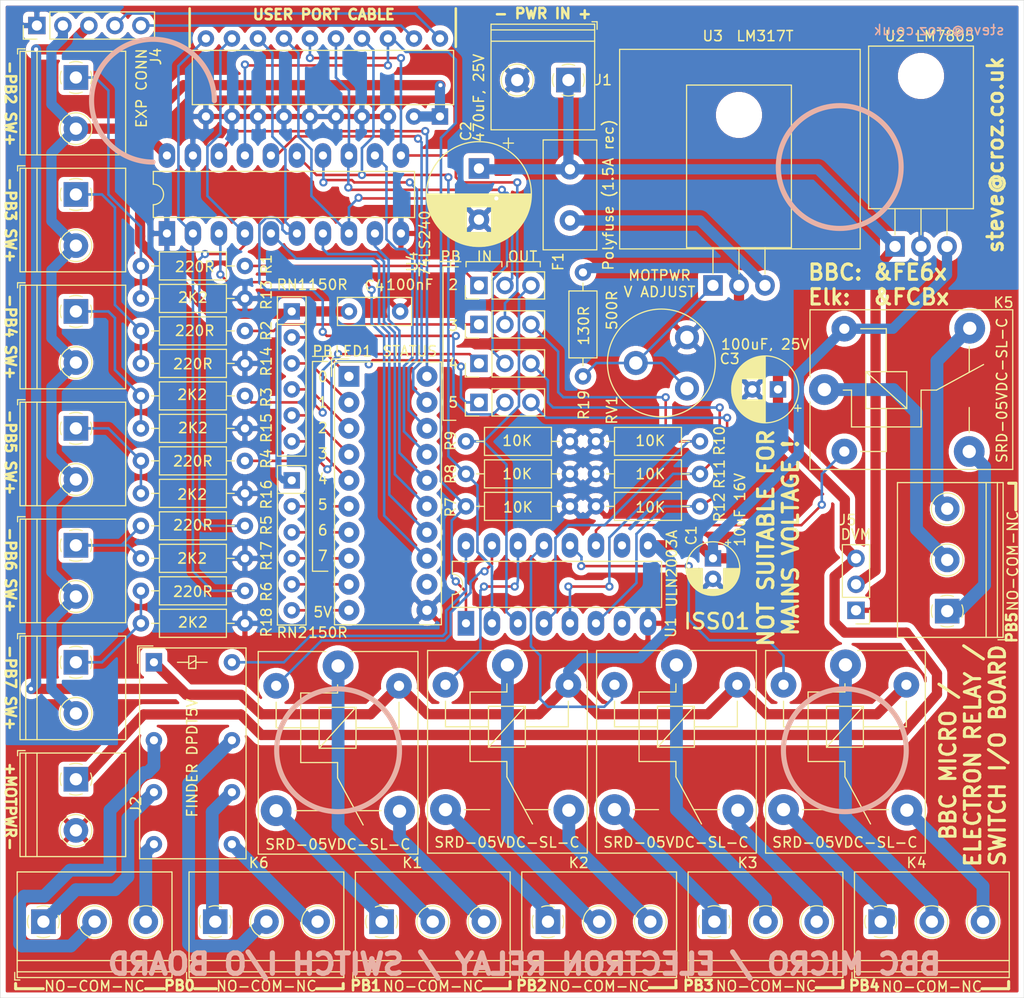
<source format=kicad_pcb>
(kicad_pcb (version 20171130) (host pcbnew "(5.1.10-1-10_14)")
  (layers (0 F.Cu signal) (31 B.Cu signal) (34 B.Paste user) (35 F.Paste user) (36 B.SilkS user) (37 F.SilkS user) (38 B.Mask user) (39 F.Mask user) (44 Edge.Cuts user))
  (net 0 "")
  (net 1 /DRV1)
  (net 2 /VCC)
  (net 3 /DRV2)
  (net 4 /DRV0)
  (net 5 /VCCR)
  (net 6 /GND)
  (net 7 /VIN)
  (net 8 /VMOT)
  (net 9 "Net-(F1-Pad1)")
  (net 10 /CB1)
  (net 11 /CB2)
  (net 12 /PB0)
  (net 13 /PB1)
  (net 14 /PB2)
  (net 15 /PB3)
  (net 16 /PB4)
  (net 17 /PB5)
  (net 18 /PB6)
  (net 19 /PB7)
  (net 20 /IN2)
  (net 21 /IN3)
  (net 22 /IN4)
  (net 23 /IN5)
  (net 24 /IN6)
  (net 25 /IN7)
  (net 26 "Net-(J12-Pad1)")
  (net 27 "Net-(J12-Pad2)")
  (net 28 "Net-(J12-Pad3)")
  (net 29 "Net-(J13-Pad3)")
  (net 30 "Net-(J13-Pad2)")
  (net 31 "Net-(J13-Pad1)")
  (net 32 "Net-(J14-Pad1)")
  (net 33 "Net-(J14-Pad2)")
  (net 34 "Net-(J14-Pad3)")
  (net 35 "Net-(J15-Pad3)")
  (net 36 "Net-(J15-Pad2)")
  (net 37 "Net-(J15-Pad1)")
  (net 38 "Net-(J16-Pad1)")
  (net 39 "Net-(J16-Pad2)")
  (net 40 "Net-(J16-Pad3)")
  (net 41 "Net-(J17-Pad3)")
  (net 42 "Net-(J17-Pad2)")
  (net 43 "Net-(J17-Pad1)")
  (net 44 "Net-(J18-Pad1)")
  (net 45 "Net-(J18-Pad2)")
  (net 46 "Net-(J18-Pad3)")
  (net 47 "Net-(JP1-Pad3)")
  (net 48 "Net-(JP1-Pad1)")
  (net 49 "Net-(JP2-Pad1)")
  (net 50 "Net-(JP2-Pad3)")
  (net 51 "Net-(JP3-Pad3)")
  (net 52 "Net-(JP3-Pad1)")
  (net 53 "Net-(JP4-Pad1)")
  (net 54 "Net-(JP4-Pad3)")
  (net 55 /DRV3)
  (net 56 /DRV4)
  (net 57 /DRV5)
  (net 58 "Net-(LED1-Pad1)")
  (net 59 "Net-(LED1-Pad2)")
  (net 60 "Net-(LED1-Pad3)")
  (net 61 "Net-(LED1-Pad4)")
  (net 62 "Net-(LED1-Pad13)")
  (net 63 "Net-(LED1-Pad14)")
  (net 64 "Net-(LED1-Pad15)")
  (net 65 "Net-(LED1-Pad16)")
  (net 66 "Net-(LED1-Pad5)")
  (net 67 "Net-(LED1-Pad6)")
  (net 68 "Net-(LED1-Pad7)")
  (net 69 "Net-(LED1-Pad8)")
  (net 70 "Net-(LED1-Pad12)")
  (net 71 "Net-(LED1-Pad10)")
  (net 72 "Net-(LED1-Pad9)")
  (net 73 "Net-(LED1-Pad17)")
  (net 74 "Net-(LED1-Pad18)")
  (net 75 "Net-(LED1-Pad19)")
  (net 76 "Net-(LED1-Pad20)")
  (net 77 "Net-(R19-Pad2)")
  (net 78 "Net-(U1-Pad10)")
  (net 79 "Net-(U1-Pad7)")
  (module Relay_THT:Relay_SPDT_SANYOU_SRD_Series_Form_C (layer F.Cu) (at 114.54 597.15 270)
    (fp_text reference K2 (at 19.35 -6.96 180) (layer F.SilkS))
    (fp_text value SRD-05VDC-SL-C (at 17.35 0.04 180) (layer F.SilkS))
    (pad 1 thru_hole circle (at 0 0) (size 3 3) (drill 1.3) (layers *.Cu *.Mask) (net 36 "Net-(J15-Pad2)"))
    (pad 5 thru_hole circle (at 1.95 -5.95) (size 2.5 2.5) (drill 1) (layers *.Cu *.Mask) (net 5 /VCCR))
    (pad 4 thru_hole circle (at 14.2 -6) (size 3 3) (drill 1.3) (layers *.Cu *.Mask) (net 35 "Net-(J15-Pad3)"))
    (pad 3 thru_hole circle (at 14.15 6.05) (size 3 3) (drill 1.3) (layers *.Cu *.Mask) (net 37 "Net-(J15-Pad1)"))
    (pad 2 thru_hole circle (at 1.95 6.05) (size 2.5 2.5) (drill 1) (layers *.Cu *.Mask) (net 3 /DRV2))
  )
  (module Display:HDSP-4830 (layer F.Cu) (at 99.06 568.96)
    (fp_text reference LED1 (at 0.44 -2.46) (layer F.SilkS))
    (fp_text value STATUS hide)
    (pad 1 thru_hole rect (at 0 0 270) (size 2.032 2.032) (drill 0.9144) (layers *.Cu *.Mask) (net 58 "Net-(LED1-Pad1)"))
    (pad 2 thru_hole circle (at 0 2.54 270) (size 2.032 2.032) (drill 0.9144) (layers *.Cu *.Mask) (net 59 "Net-(LED1-Pad2)"))
    (pad 3 thru_hole circle (at 0 5.08 270) (size 2.032 2.032) (drill 0.9144) (layers *.Cu *.Mask) (net 60 "Net-(LED1-Pad3)"))
    (pad 4 thru_hole circle (at 0 7.62 270) (size 2.032 2.032) (drill 0.9144) (layers *.Cu *.Mask) (net 61 "Net-(LED1-Pad4)"))
    (pad 13 thru_hole circle (at 7.62 17.78 270) (size 2.032 2.032) (drill 0.9144) (layers *.Cu *.Mask) (net 62 "Net-(LED1-Pad13)"))
    (pad 14 thru_hole circle (at 7.62 15.24 270) (size 2.032 2.032) (drill 0.9144) (layers *.Cu *.Mask) (net 63 "Net-(LED1-Pad14)"))
    (pad 15 thru_hole circle (at 7.62 12.7 270) (size 2.032 2.032) (drill 0.9144) (layers *.Cu *.Mask) (net 64 "Net-(LED1-Pad15)"))
    (pad 16 thru_hole circle (at 7.62 10.16 270) (size 2.032 2.032) (drill 0.9144) (layers *.Cu *.Mask) (net 65 "Net-(LED1-Pad16)"))
    (pad 5 thru_hole circle (at 0 10.16 270) (size 2.032 2.032) (drill 0.9144) (layers *.Cu *.Mask) (net 66 "Net-(LED1-Pad5)"))
    (pad 6 thru_hole circle (at 0 12.7 270) (size 2.032 2.032) (drill 0.9144) (layers *.Cu *.Mask) (net 67 "Net-(LED1-Pad6)"))
    (pad 7 thru_hole circle (at 0 15.24 270) (size 2.032 2.032) (drill 0.9144) (layers *.Cu *.Mask) (net 68 "Net-(LED1-Pad7)"))
    (pad 8 thru_hole circle (at 0 17.78 270) (size 2.032 2.032) (drill 0.9144) (layers *.Cu *.Mask) (net 69 "Net-(LED1-Pad8)"))
    (pad 12 thru_hole circle (at 7.62 20.32 270) (size 2.032 2.032) (drill 0.9144) (layers *.Cu *.Mask) (net 70 "Net-(LED1-Pad12)"))
    (pad 11 thru_hole circle (at 7.62 22.86 270) (size 2.032 2.032) (drill 0.9144) (layers *.Cu *.Mask) (net 6 /GND))
    (pad 10 thru_hole circle (at 0 22.86 270) (size 2.032 2.032) (drill 0.9144) (layers *.Cu *.Mask) (net 71 "Net-(LED1-Pad10)"))
    (pad 9 thru_hole circle (at 0 20.32 270) (size 2.032 2.032) (drill 0.9144) (layers *.Cu *.Mask) (net 72 "Net-(LED1-Pad9)"))
    (pad 17 thru_hole circle (at 7.62 7.62 270) (size 2.032 2.032) (drill 0.9144) (layers *.Cu *.Mask) (net 73 "Net-(LED1-Pad17)"))
    (pad 18 thru_hole circle (at 7.62 5.08 270) (size 2.032 2.032) (drill 0.9144) (layers *.Cu *.Mask) (net 74 "Net-(LED1-Pad18)"))
    (pad 19 thru_hole circle (at 7.62 2.54 270) (size 2.032 2.032) (drill 0.9144) (layers *.Cu *.Mask) (net 75 "Net-(LED1-Pad19)"))
    (pad 20 thru_hole circle (at 7.62 0 270) (size 2.032 2.032) (drill 0.9144) (layers *.Cu *.Mask) (net 76 "Net-(LED1-Pad20)"))
  )
  (module Capacitor_THT:CP_Radial_D10.0mm_P5.00mm (layer F.Cu) (at 111.76 548.64 270)
    (fp_text reference C2 (at -3.64 1.26 90) (layer F.SilkS))
    (fp_text value "470uF, 25V" (at -6.89 0.01 90) (layer F.SilkS))
    (pad 1 thru_hole rect (at 0 0 270) (size 2 2) (drill 1) (layers *.Cu *.Mask) (net 7 /VIN))
    (pad 2 thru_hole circle (at 5 0 270) (size 2 2) (drill 1) (layers *.Cu *.Mask) (net 6 /GND))
  )
  (module Relay_THT:Relay_SPDT_SANYOU_SRD_Series_Form_C (layer F.Cu) (at 98 597.25 270)
    (fp_text reference K1 (at 19.25 -7.25) (layer F.SilkS))
    (fp_text value SRD-05VDC-SL-C (at 17.45 0.02) (layer F.SilkS))
    (pad 2 thru_hole circle (at 1.95 6.05) (size 2.5 2.5) (drill 1) (layers *.Cu *.Mask) (net 1 /DRV1))
    (pad 3 thru_hole circle (at 14.15 6.05) (size 3 3) (drill 1.3) (layers *.Cu *.Mask) (net 32 "Net-(J14-Pad1)"))
    (pad 4 thru_hole circle (at 14.2 -6) (size 3 3) (drill 1.3) (layers *.Cu *.Mask) (net 34 "Net-(J14-Pad3)"))
    (pad 5 thru_hole circle (at 1.95 -5.95) (size 2.5 2.5) (drill 1) (layers *.Cu *.Mask) (net 5 /VCCR))
    (pad 1 thru_hole circle (at 0 0) (size 3 3) (drill 1.3) (layers *.Cu *.Mask) (net 33 "Net-(J14-Pad2)"))
  )
  (module Relay_THT:Relay_SPDT_SANYOU_SRD_Series_Form_C (layer F.Cu) (at 131.05 597.15 270)
    (fp_text reference K3 (at 19.35 -6.95 180) (layer F.SilkS))
    (fp_text value SRD-05VDC-SL-C (at 17.35 0.05 180) (layer F.SilkS))
    (pad 2 thru_hole circle (at 1.95 6.05) (size 2.5 2.5) (drill 1) (layers *.Cu *.Mask) (net 55 /DRV3))
    (pad 3 thru_hole circle (at 14.15 6.05) (size 3 3) (drill 1.3) (layers *.Cu *.Mask) (net 38 "Net-(J16-Pad1)"))
    (pad 4 thru_hole circle (at 14.2 -6) (size 3 3) (drill 1.3) (layers *.Cu *.Mask) (net 40 "Net-(J16-Pad3)"))
    (pad 5 thru_hole circle (at 1.95 -5.95) (size 2.5 2.5) (drill 1) (layers *.Cu *.Mask) (net 5 /VCCR))
    (pad 1 thru_hole circle (at 0 0) (size 3 3) (drill 1.3) (layers *.Cu *.Mask) (net 39 "Net-(J16-Pad2)"))
  )
  (module Relay_THT:Relay_SPDT_SANYOU_SRD_Series_Form_C (layer F.Cu) (at 147.56 597.15 270)
    (fp_text reference K4 (at 19.35 -6.94 180) (layer F.SilkS))
    (fp_text value SRD-05VDC-SL-C (at 17.35 0.06 180) (layer F.SilkS))
    (pad 1 thru_hole circle (at 0 0) (size 3 3) (drill 1.3) (layers *.Cu *.Mask) (net 42 "Net-(J17-Pad2)"))
    (pad 5 thru_hole circle (at 1.95 -5.95) (size 2.5 2.5) (drill 1) (layers *.Cu *.Mask) (net 5 /VCCR))
    (pad 4 thru_hole circle (at 14.2 -6) (size 3 3) (drill 1.3) (layers *.Cu *.Mask) (net 41 "Net-(J17-Pad3)"))
    (pad 3 thru_hole circle (at 14.15 6.05) (size 3 3) (drill 1.3) (layers *.Cu *.Mask) (net 43 "Net-(J17-Pad1)"))
    (pad 2 thru_hole circle (at 1.95 6.05) (size 2.5 2.5) (drill 1) (layers *.Cu *.Mask) (net 56 /DRV4))
  )
  (module Relay_THT:Relay_SPDT_SANYOU_SRD_Series_Form_C (layer F.Cu) (at 145.5 570.25)
    (fp_text reference K5 (at 17.5 -8.5) (layer F.SilkS))
    (fp_text value SRD-05VDC-SL-C (at 17.35 0.07 90) (layer F.SilkS))
    (pad 2 thru_hole circle (at 1.95 6.05 90) (size 2.5 2.5) (drill 1) (layers *.Cu *.Mask) (net 57 /DRV5))
    (pad 3 thru_hole circle (at 14.15 6.05 90) (size 3 3) (drill 1.3) (layers *.Cu *.Mask) (net 44 "Net-(J18-Pad1)"))
    (pad 4 thru_hole circle (at 14.2 -6 90) (size 3 3) (drill 1.3) (layers *.Cu *.Mask) (net 46 "Net-(J18-Pad3)"))
    (pad 5 thru_hole circle (at 1.95 -5.95 90) (size 2.5 2.5) (drill 1) (layers *.Cu *.Mask) (net 5 /VCCR))
    (pad 1 thru_hole circle (at 0 0 90) (size 3 3) (drill 1.3) (layers *.Cu *.Mask) (net 45 "Net-(J18-Pad2)"))
  )
  (module Relay_THT:Relay_DPDT_Finder_30.22 (layer F.Cu) (at 80.01 596.9 270)
    (fp_text reference K6 (at 19.6 -10.24 180) (layer F.SilkS))
    (fp_text value "FINDER DPDT5V" (at 9.35 -3.74 90) (layer F.SilkS))
    (pad 21 thru_hole circle (at 7.62 -7.62) (size 1.6 1.6) (drill 0.8) (layers *.Cu *.Mask) (net 30 "Net-(J13-Pad2)"))
    (pad 22 thru_hole circle (at 12.7 -7.62) (size 1.6 1.6) (drill 0.8) (layers *.Cu *.Mask) (net 31 "Net-(J13-Pad1)"))
    (pad 24 thru_hole circle (at 17.78 -7.62 90) (size 1.6 1.6) (drill 0.8) (layers *.Cu *.Mask) (net 29 "Net-(J13-Pad3)"))
    (pad A1 thru_hole rect (at 0 0) (size 1.6 1.8) (drill 0.8) (layers *.Cu *.Mask) (net 5 /VCCR))
    (pad A2 thru_hole circle (at 0 -7.62) (size 1.6 1.6) (drill 0.8) (layers *.Cu *.Mask) (net 4 /DRV0))
    (pad 11 thru_hole circle (at 7.62 0) (size 1.6 1.6) (drill 0.8) (layers *.Cu *.Mask) (net 27 "Net-(J12-Pad2)"))
    (pad 14 thru_hole circle (at 17.78 0) (size 1.6 1.6) (drill 0.8) (layers *.Cu *.Mask) (net 28 "Net-(J12-Pad3)"))
    (pad 12 thru_hole circle (at 12.7 0) (size 1.6 1.6) (drill 0.8) (layers *.Cu *.Mask) (net 26 "Net-(J12-Pad1)"))
  )
  (module TerminalBlock_Philmore:TerminalBlock_Philmore_TB133_1x03_P5.00mm_Horizontal (layer F.Cu) (at 69.215 622.25)
    (fp_text reference J12 hide)
    (fp_text value NO.COM.NC hide)
    (pad 1 thru_hole rect (at 0 0) (size 2.4 2.4) (drill 1.2) (layers *.Cu *.Mask) (net 26 "Net-(J12-Pad1)"))
    (pad 2 thru_hole circle (at 5 0) (size 2.4 2.4) (drill 1.2) (layers *.Cu *.Mask) (net 27 "Net-(J12-Pad2)"))
    (pad 3 thru_hole circle (at 10 0) (size 2.4 2.4) (drill 1.2) (layers *.Cu *.Mask) (net 28 "Net-(J12-Pad3)"))
  )
  (module TerminalBlock_Philmore:TerminalBlock_Philmore_TB133_1x03_P5.00mm_Horizontal (layer F.Cu) (at 86 622.25)
    (fp_text reference J13 hide)
    (fp_text value NO.COM.NC hide)
    (pad 3 thru_hole circle (at 10 0) (size 2.4 2.4) (drill 1.2) (layers *.Cu *.Mask) (net 29 "Net-(J13-Pad3)"))
    (pad 2 thru_hole circle (at 5 0) (size 2.4 2.4) (drill 1.2) (layers *.Cu *.Mask) (net 30 "Net-(J13-Pad2)"))
    (pad 1 thru_hole rect (at 0 0) (size 2.4 2.4) (drill 1.2) (layers *.Cu *.Mask) (net 31 "Net-(J13-Pad1)"))
  )
  (module TerminalBlock_Philmore:TerminalBlock_Philmore_TB133_1x03_P5.00mm_Horizontal (layer F.Cu) (at 102.25 622.25)
    (fp_text reference J14 hide)
    (fp_text value NO.COM.NC hide)
    (pad 1 thru_hole rect (at 0 0) (size 2.4 2.4) (drill 1.2) (layers *.Cu *.Mask) (net 32 "Net-(J14-Pad1)"))
    (pad 2 thru_hole circle (at 5 0) (size 2.4 2.4) (drill 1.2) (layers *.Cu *.Mask) (net 33 "Net-(J14-Pad2)"))
    (pad 3 thru_hole circle (at 10 0) (size 2.4 2.4) (drill 1.2) (layers *.Cu *.Mask) (net 34 "Net-(J14-Pad3)"))
  )
  (module TerminalBlock_Philmore:TerminalBlock_Philmore_TB133_1x03_P5.00mm_Horizontal (layer F.Cu) (at 118.5 622.25)
    (fp_text reference J15 hide)
    (fp_text value NO.COM.NC hide)
    (pad 3 thru_hole circle (at 10 0) (size 2.4 2.4) (drill 1.2) (layers *.Cu *.Mask) (net 35 "Net-(J15-Pad3)"))
    (pad 2 thru_hole circle (at 5 0) (size 2.4 2.4) (drill 1.2) (layers *.Cu *.Mask) (net 36 "Net-(J15-Pad2)"))
    (pad 1 thru_hole rect (at 0 0) (size 2.4 2.4) (drill 1.2) (layers *.Cu *.Mask) (net 37 "Net-(J15-Pad1)"))
  )
  (module TerminalBlock_Philmore:TerminalBlock_Philmore_TB133_1x03_P5.00mm_Horizontal (layer F.Cu) (at 134.75 622.25)
    (fp_text reference J16 hide)
    (fp_text value NO.COM.NC hide)
    (pad 1 thru_hole rect (at 0 0) (size 2.4 2.4) (drill 1.2) (layers *.Cu *.Mask) (net 38 "Net-(J16-Pad1)"))
    (pad 2 thru_hole circle (at 5 0) (size 2.4 2.4) (drill 1.2) (layers *.Cu *.Mask) (net 39 "Net-(J16-Pad2)"))
    (pad 3 thru_hole circle (at 10 0) (size 2.4 2.4) (drill 1.2) (layers *.Cu *.Mask) (net 40 "Net-(J16-Pad3)"))
  )
  (module TerminalBlock_Philmore:TerminalBlock_Philmore_TB133_1x03_P5.00mm_Horizontal (layer F.Cu) (at 151 622.25)
    (fp_text reference J17 hide)
    (fp_text value NO.COM.NC hide)
    (pad 3 thru_hole circle (at 10 0) (size 2.4 2.4) (drill 1.2) (layers *.Cu *.Mask) (net 41 "Net-(J17-Pad3)"))
    (pad 2 thru_hole circle (at 5 0) (size 2.4 2.4) (drill 1.2) (layers *.Cu *.Mask) (net 42 "Net-(J17-Pad2)"))
    (pad 1 thru_hole rect (at 0 0) (size 2.4 2.4) (drill 1.2) (layers *.Cu *.Mask) (net 43 "Net-(J17-Pad1)"))
  )
  (module TerminalBlock_Philmore:TerminalBlock_Philmore_TB133_1x03_P5.00mm_Horizontal (layer F.Cu) (at 157.5 591.9 90)
    (fp_text reference J18 hide)
    (fp_text value NO.COM.NC hide)
    (pad 1 thru_hole rect (at 0 0 90) (size 2.4 2.4) (drill 1.2) (layers *.Cu *.Mask) (net 44 "Net-(J18-Pad1)"))
    (pad 2 thru_hole circle (at 5 0 90) (size 2.4 2.4) (drill 1.2) (layers *.Cu *.Mask) (net 45 "Net-(J18-Pad2)"))
    (pad 3 thru_hole circle (at 10 0 90) (size 2.4 2.4) (drill 1.2) (layers *.Cu *.Mask) (net 46 "Net-(J18-Pad3)"))
  )
  (module ElkIOBoard:20W_IDC_TERM (layer F.Cu) (at 107.95 535.94 270)
    (fp_text reference J3 hide)
    (fp_text value "USER PORT CABLE" (at -2.34 11.35 180) (layer F.SilkS) (effects (font (thickness 0.25))))
    (pad 2 thru_hole circle (at 0 0 270) (size 1.6 1.6) (drill 0.8) (layers *.Cu *.Mask) (net 10 /CB1))
    (pad 19 thru_hole oval (at 7.62 22.86 270) (size 1.6 1.6) (drill 0.8) (layers *.Cu *.Mask) (net 6 /GND))
    (pad 4 thru_hole oval (at 0 2.54 270) (size 1.6 1.6) (drill 0.8) (layers *.Cu *.Mask) (net 11 /CB2))
    (pad 17 thru_hole oval (at 7.62 20.32 270) (size 1.6 1.6) (drill 0.8) (layers *.Cu *.Mask) (net 6 /GND))
    (pad 6 thru_hole oval (at 0 5.08 270) (size 1.6 1.6) (drill 0.8) (layers *.Cu *.Mask) (net 12 /PB0))
    (pad 15 thru_hole oval (at 7.62 17.78 270) (size 1.6 1.6) (drill 0.8) (layers *.Cu *.Mask) (net 6 /GND))
    (pad 8 thru_hole oval (at 0 7.62 270) (size 1.6 1.6) (drill 0.8) (layers *.Cu *.Mask) (net 13 /PB1))
    (pad 13 thru_hole oval (at 7.62 15.24 270) (size 1.6 1.6) (drill 0.8) (layers *.Cu *.Mask) (net 6 /GND))
    (pad 10 thru_hole oval (at 0 10.16 270) (size 1.6 1.6) (drill 0.8) (layers *.Cu *.Mask) (net 14 /PB2))
    (pad 11 thru_hole oval (at 7.62 12.7 270) (size 1.6 1.6) (drill 0.8) (layers *.Cu *.Mask) (net 6 /GND))
    (pad 12 thru_hole oval (at 0 12.7 270) (size 1.6 1.6) (drill 0.8) (layers *.Cu *.Mask) (net 15 /PB3))
    (pad 9 thru_hole oval (at 7.62 10.16 270) (size 1.6 1.6) (drill 0.8) (layers *.Cu *.Mask) (net 6 /GND))
    (pad 14 thru_hole oval (at 0 15.24 270) (size 1.6 1.6) (drill 0.8) (layers *.Cu *.Mask) (net 16 /PB4))
    (pad 7 thru_hole oval (at 7.62 7.62 270) (size 1.6 1.6) (drill 0.8) (layers *.Cu *.Mask) (net 6 /GND))
    (pad 16 thru_hole oval (at 0 17.78 270) (size 1.6 1.6) (drill 0.8) (layers *.Cu *.Mask) (net 17 /PB5))
    (pad 5 thru_hole oval (at 7.62 5.08 270) (size 1.6 1.6) (drill 0.8) (layers *.Cu *.Mask) (net 6 /GND))
    (pad 18 thru_hole oval (at 0 20.32 270) (size 1.6 1.6) (drill 0.8) (layers *.Cu *.Mask) (net 18 /PB6))
    (pad 3 thru_hole oval (at 7.62 2.54 270) (size 1.6 1.6) (drill 0.8) (layers *.Cu *.Mask) (net 2 /VCC))
    (pad 20 thru_hole oval (at 0 22.86 270) (size 1.6 1.6) (drill 0.8) (layers *.Cu *.Mask) (net 19 /PB7))
    (pad 1 thru_hole rect (at 7.62 0 270) (size 1.6 1.6) (drill 0.8) (layers *.Cu *.Mask) (net 2 /VCC))
  )
  (module Resistor_THT:R_Array_SIP6 (layer F.Cu) (at 93.472 562.61 270)
    (fp_text reference RN1 (at -2.61 -0.028 180) (layer F.SilkS))
    (fp_text value 150R (at -2.61 -3.528 180) (layer F.SilkS))
    (pad 1 thru_hole rect (at 0 0 270) (size 1.6 1.6) (drill 0.8) (layers *.Cu *.Mask) (net 2 /VCC))
    (pad 2 thru_hole oval (at 2.54 0 270) (size 1.6 1.6) (drill 0.8) (layers *.Cu *.Mask) (net 58 "Net-(LED1-Pad1)"))
    (pad 3 thru_hole oval (at 5.08 0 270) (size 1.6 1.6) (drill 0.8) (layers *.Cu *.Mask) (net 59 "Net-(LED1-Pad2)"))
    (pad 4 thru_hole oval (at 7.62 0 270) (size 1.6 1.6) (drill 0.8) (layers *.Cu *.Mask) (net 60 "Net-(LED1-Pad3)"))
    (pad 5 thru_hole oval (at 10.16 0 270) (size 1.6 1.6) (drill 0.8) (layers *.Cu *.Mask) (net 61 "Net-(LED1-Pad4)"))
    (pad 6 thru_hole oval (at 12.7 0 270) (size 1.6 1.6) (drill 0.8) (layers *.Cu *.Mask) (net 66 "Net-(LED1-Pad5)"))
  )
  (module Resistor_THT:R_Array_SIP6 (layer F.Cu) (at 93.472 579.12 270)
    (fp_text reference RN2 (at 14.88 -0.028 180) (layer F.SilkS))
    (fp_text value 150R (at 14.88 -3.528 180) (layer F.SilkS))
    (pad 6 thru_hole oval (at 12.7 0 270) (size 1.6 1.6) (drill 0.8) (layers *.Cu *.Mask) (net 71 "Net-(LED1-Pad10)"))
    (pad 5 thru_hole oval (at 10.16 0 270) (size 1.6 1.6) (drill 0.8) (layers *.Cu *.Mask) (net 72 "Net-(LED1-Pad9)"))
    (pad 4 thru_hole oval (at 7.62 0 270) (size 1.6 1.6) (drill 0.8) (layers *.Cu *.Mask) (net 69 "Net-(LED1-Pad8)"))
    (pad 3 thru_hole oval (at 5.08 0 270) (size 1.6 1.6) (drill 0.8) (layers *.Cu *.Mask) (net 68 "Net-(LED1-Pad7)"))
    (pad 2 thru_hole oval (at 2.54 0 270) (size 1.6 1.6) (drill 0.8) (layers *.Cu *.Mask) (net 67 "Net-(LED1-Pad6)"))
    (pad 1 thru_hole rect (at 0 0 270) (size 1.6 1.6) (drill 0.8) (layers *.Cu *.Mask) (net 2 /VCC))
  )
  (module Capacitor_THT:CP_Radial_D5.0mm_P2.00mm (layer F.Cu) (at 134.62 586.74 270)
    (fp_text reference C1 (at -2.24 2.12 90) (layer F.SilkS))
    (fp_text value "10uF 16V" (at -4.74 -2.63 90) (layer F.SilkS))
    (pad 1 thru_hole rect (at 0 0 270) (size 1.6 1.6) (drill 0.8) (layers *.Cu *.Mask) (net 5 /VCCR))
    (pad 2 thru_hole circle (at 2 0 270) (size 1.6 1.6) (drill 0.8) (layers *.Cu *.Mask) (net 6 /GND))
  )
  (module Capacitor_THT:CP_Radial_D6.3mm_P2.50mm (layer F.Cu) (at 140.97 570.23 180)
    (fp_text reference C3 (at 4.72 2.98) (layer F.SilkS))
    (fp_text value "100uF, 25V" (at 1.25 4.4) (layer F.SilkS))
    (pad 1 thru_hole rect (at 0 0 180) (size 1.6 1.6) (drill 0.8) (layers *.Cu *.Mask) (net 8 /VMOT))
    (pad 2 thru_hole circle (at 2.5 0 180) (size 1.6 1.6) (drill 0.8) (layers *.Cu *.Mask) (net 6 /GND))
  )
  (module Capacitor_THT:C_Rect_L7.0mm_W2.5mm_P5.00mm (layer F.Cu) (at 99.06 562.61)
    (fp_text reference C4 (at 2.5 -2.5) (layer F.SilkS))
    (fp_text value 100nF (at 5.94 -2.61) (layer F.SilkS))
    (pad 1 thru_hole circle (at 0 0) (size 1.6 1.6) (drill 0.8) (layers *.Cu *.Mask) (net 2 /VCC))
    (pad 2 thru_hole circle (at 5 0) (size 1.6 1.6) (drill 0.8) (layers *.Cu *.Mask) (net 6 /GND))
  )
  (module Capacitor_THT:C_Disc_D10.5mm_W5.0mm_P5.00mm (layer F.Cu) (at 120.65 553.72 90)
    (fp_text reference F1 (at -4.03 -1.15 90) (layer F.SilkS))
    (fp_text value "Polyfuse (1.5A rec)" (at 2.5 3.75 90) (layer F.SilkS))
    (pad 1 thru_hole circle (at 0 0 90) (size 2 2) (drill 1) (layers *.Cu *.Mask) (net 9 "Net-(F1-Pad1)"))
    (pad 2 thru_hole circle (at 5 0 90) (size 2 2) (drill 1) (layers *.Cu *.Mask) (net 7 /VIN))
  )
  (module TerminalBlock_Philmore:TerminalBlock_Philmore_TB132_1x02_P5.00mm_Horizontal (layer F.Cu) (at 120.5 540 180)
    (fp_text reference J1 (at -3.4 0) (layer F.SilkS))
    (fp_text value "POWER IN" hide)
    (pad 1 thru_hole rect (at 0 0 180) (size 2.4 2.4) (drill 1.2) (layers *.Cu *.Mask) (net 7 /VIN))
    (pad 2 thru_hole circle (at 5 0 180) (size 2.4 2.4) (drill 1.2) (layers *.Cu *.Mask) (net 6 /GND))
  )
  (module TerminalBlock_Philmore:TerminalBlock_Philmore_TB132_1x02_P5.00mm_Horizontal (layer F.Cu) (at 72.39 608.33 270)
    (fp_text reference J2 (at 2.5 -5.86 90) (layer F.SilkS))
    (fp_text value "POWER OUT" hide)
    (pad 2 thru_hole circle (at 5 0 270) (size 2.4 2.4) (drill 1.2) (layers *.Cu *.Mask) (net 6 /GND))
    (pad 1 thru_hole rect (at 0 0 270) (size 2.4 2.4) (drill 1.2) (layers *.Cu *.Mask) (net 8 /VMOT))
  )
  (module Connector_PinHeader_2.54mm:PinHeader_1x05_P2.54mm_Vertical (layer F.Cu) (at 68.58 534.67 90)
    (fp_text reference J4 (at -3.03 11.62 90) (layer F.SilkS))
    (fp_text value "EXP CONN" (at -6.13 10.22 270) (layer F.SilkS))
    (pad 1 thru_hole rect (at 0 0 90) (size 1.7 1.7) (drill 1) (layers *.Cu *.Mask) (net 6 /GND))
    (pad 2 thru_hole oval (at 0 2.54 90) (size 1.7 1.7) (drill 1) (layers *.Cu *.Mask) (net 2 /VCC))
    (pad 3 thru_hole oval (at 0 5.08 90) (size 1.7 1.7) (drill 1) (layers *.Cu *.Mask) (net 5 /VCCR))
    (pad 4 thru_hole oval (at 0 7.62 90) (size 1.7 1.7) (drill 1) (layers *.Cu *.Mask) (net 10 /CB1))
    (pad 5 thru_hole oval (at 0 10.16 90) (size 1.7 1.7) (drill 1) (layers *.Cu *.Mask) (net 11 /CB2))
  )
  (module TerminalBlock_Philmore:TerminalBlock_Philmore_TB132_1x02_P5.00mm_Horizontal (layer F.Cu) (at 72.39 539.75 270)
    (fp_text reference J6 hide)
    (fp_text value "In bit 2" hide)
    (pad 2 thru_hole circle (at 5 0 270) (size 2.4 2.4) (drill 1.2) (layers *.Cu *.Mask) (net 2 /VCC))
    (pad 1 thru_hole rect (at 0 0 270) (size 2.4 2.4) (drill 1.2) (layers *.Cu *.Mask) (net 20 /IN2))
  )
  (module TerminalBlock_Philmore:TerminalBlock_Philmore_TB132_1x02_P5.00mm_Horizontal (layer F.Cu) (at 72.39 551.18 270)
    (fp_text reference J7 hide)
    (fp_text value "In bit 3" hide)
    (pad 1 thru_hole rect (at 0 0 270) (size 2.4 2.4) (drill 1.2) (layers *.Cu *.Mask) (net 21 /IN3))
    (pad 2 thru_hole circle (at 5 0 270) (size 2.4 2.4) (drill 1.2) (layers *.Cu *.Mask) (net 2 /VCC))
  )
  (module TerminalBlock_Philmore:TerminalBlock_Philmore_TB132_1x02_P5.00mm_Horizontal (layer F.Cu) (at 72.39 562.61 270)
    (fp_text reference J8 hide)
    (fp_text value "In bit 4" hide)
    (pad 1 thru_hole rect (at 0 0 270) (size 2.4 2.4) (drill 1.2) (layers *.Cu *.Mask) (net 22 /IN4))
    (pad 2 thru_hole circle (at 5 0 270) (size 2.4 2.4) (drill 1.2) (layers *.Cu *.Mask) (net 2 /VCC))
  )
  (module TerminalBlock_Philmore:TerminalBlock_Philmore_TB132_1x02_P5.00mm_Horizontal (layer F.Cu) (at 72.39 574.04 270)
    (fp_text reference J9 hide)
    (fp_text value "In bit 5" hide)
    (pad 2 thru_hole circle (at 5 0 270) (size 2.4 2.4) (drill 1.2) (layers *.Cu *.Mask) (net 2 /VCC))
    (pad 1 thru_hole rect (at 0 0 270) (size 2.4 2.4) (drill 1.2) (layers *.Cu *.Mask) (net 23 /IN5))
  )
  (module TerminalBlock_Philmore:TerminalBlock_Philmore_TB132_1x02_P5.00mm_Horizontal (layer F.Cu) (at 72.39 585.47 270)
    (fp_text reference J10 hide)
    (fp_text value "In bit 6" hide)
    (pad 1 thru_hole rect (at 0 0 270) (size 2.4 2.4) (drill 1.2) (layers *.Cu *.Mask) (net 24 /IN6))
    (pad 2 thru_hole circle (at 5 0 270) (size 2.4 2.4) (drill 1.2) (layers *.Cu *.Mask) (net 2 /VCC))
  )
  (module TerminalBlock_Philmore:TerminalBlock_Philmore_TB132_1x02_P5.00mm_Horizontal (layer F.Cu) (at 72.39 596.9 270)
    (fp_text reference J11 hide)
    (fp_text value "In bit 7" hide)
    (pad 2 thru_hole circle (at 5 0 270) (size 2.4 2.4) (drill 1.2) (layers *.Cu *.Mask) (net 2 /VCC))
    (pad 1 thru_hole rect (at 0 0 270) (size 2.4 2.4) (drill 1.2) (layers *.Cu *.Mask) (net 25 /IN7))
  )
  (module Connector_PinHeader_2.54mm:PinHeader_1x03_P2.54mm_Vertical (layer F.Cu) (at 111.76 560.07 90)
    (fp_text reference JP1 hide)
    (fp_text value Jumper_3_Bridged12 hide)
    (pad 3 thru_hole oval (at 0 5.08 90) (size 1.7 1.7) (drill 1) (layers *.Cu *.Mask) (net 47 "Net-(JP1-Pad3)"))
    (pad 2 thru_hole oval (at 0 2.54 90) (size 1.7 1.7) (drill 1) (layers *.Cu *.Mask) (net 14 /PB2))
    (pad 1 thru_hole rect (at 0 0 90) (size 1.7 1.7) (drill 1) (layers *.Cu *.Mask) (net 48 "Net-(JP1-Pad1)"))
  )
  (module Connector_PinHeader_2.54mm:PinHeader_1x03_P2.54mm_Vertical (layer F.Cu) (at 111.76 563.88 90)
    (fp_text reference JP2 hide)
    (fp_text value Jumper_3_Bridged12 hide)
    (pad 1 thru_hole rect (at 0 0 90) (size 1.7 1.7) (drill 1) (layers *.Cu *.Mask) (net 49 "Net-(JP2-Pad1)"))
    (pad 2 thru_hole oval (at 0 2.54 90) (size 1.7 1.7) (drill 1) (layers *.Cu *.Mask) (net 15 /PB3))
    (pad 3 thru_hole oval (at 0 5.08 90) (size 1.7 1.7) (drill 1) (layers *.Cu *.Mask) (net 50 "Net-(JP2-Pad3)"))
  )
  (module Connector_PinHeader_2.54mm:PinHeader_1x03_P2.54mm_Vertical (layer F.Cu) (at 111.76 567.69 90)
    (fp_text reference JP3 hide)
    (fp_text value Jumper_3_Bridged12 hide)
    (pad 3 thru_hole oval (at 0 5.08 90) (size 1.7 1.7) (drill 1) (layers *.Cu *.Mask) (net 51 "Net-(JP3-Pad3)"))
    (pad 2 thru_hole oval (at 0 2.54 90) (size 1.7 1.7) (drill 1) (layers *.Cu *.Mask) (net 16 /PB4))
    (pad 1 thru_hole rect (at 0 0 90) (size 1.7 1.7) (drill 1) (layers *.Cu *.Mask) (net 52 "Net-(JP3-Pad1)"))
  )
  (module Connector_PinHeader_2.54mm:PinHeader_1x03_P2.54mm_Vertical (layer F.Cu) (at 111.76 571.5 90)
    (fp_text reference JP4 hide)
    (fp_text value Jumper_3_Bridged12 hide)
    (pad 1 thru_hole rect (at 0 0 90) (size 1.7 1.7) (drill 1) (layers *.Cu *.Mask) (net 53 "Net-(JP4-Pad1)"))
    (pad 2 thru_hole oval (at 0 2.54 90) (size 1.7 1.7) (drill 1) (layers *.Cu *.Mask) (net 17 /PB5))
    (pad 3 thru_hole oval (at 0 5.08 90) (size 1.7 1.7) (drill 1) (layers *.Cu *.Mask) (net 54 "Net-(JP4-Pad3)"))
  )
  (module Resistor_THT:R_Axial_DIN0207_L6.3mm_D2.5mm_P10.16mm_Horizontal (layer F.Cu) (at 88.9 558.165 180)
    (fp_text reference R1 (at -2.1 0.165 90) (layer F.SilkS))
    (fp_text value 220R (at 4.9 -0.085) (layer F.SilkS))
    (pad 1 thru_hole circle (at 0 0 180) (size 1.6 1.6) (drill 0.8) (layers *.Cu *.Mask) (net 48 "Net-(JP1-Pad1)"))
    (pad 2 thru_hole oval (at 10.16 0 180) (size 1.6 1.6) (drill 0.8) (layers *.Cu *.Mask) (net 20 /IN2))
  )
  (module Resistor_THT:R_Axial_DIN0207_L6.3mm_D2.5mm_P10.16mm_Horizontal (layer F.Cu) (at 88.9 564.515 180)
    (fp_text reference R2 (at -2.1 0.015 90) (layer F.SilkS))
    (fp_text value 220R (at 4.9 0.015) (layer F.SilkS))
    (pad 2 thru_hole oval (at 10.16 0 180) (size 1.6 1.6) (drill 0.8) (layers *.Cu *.Mask) (net 21 /IN3))
    (pad 1 thru_hole circle (at 0 0 180) (size 1.6 1.6) (drill 0.8) (layers *.Cu *.Mask) (net 49 "Net-(JP2-Pad1)"))
  )
  (module Resistor_THT:R_Axial_DIN0207_L6.3mm_D2.5mm_P10.16mm_Horizontal (layer F.Cu) (at 88.9 570.865 180)
    (fp_text reference R3 (at -2.1 -0.135 90) (layer F.SilkS))
    (fp_text value 220R (at 5.08 3.115) (layer F.SilkS))
    (pad 1 thru_hole circle (at 0 0 180) (size 1.6 1.6) (drill 0.8) (layers *.Cu *.Mask) (net 52 "Net-(JP3-Pad1)"))
    (pad 2 thru_hole oval (at 10.16 0 180) (size 1.6 1.6) (drill 0.8) (layers *.Cu *.Mask) (net 22 /IN4))
  )
  (module Resistor_THT:R_Axial_DIN0207_L6.3mm_D2.5mm_P10.16mm_Horizontal (layer F.Cu) (at 88.9 577.215 180)
    (fp_text reference R4 (at -2.1 0.215 90) (layer F.SilkS))
    (fp_text value 220R (at 5.08 -0.035) (layer F.SilkS))
    (pad 2 thru_hole oval (at 10.16 0 180) (size 1.6 1.6) (drill 0.8) (layers *.Cu *.Mask) (net 23 /IN5))
    (pad 1 thru_hole circle (at 0 0 180) (size 1.6 1.6) (drill 0.8) (layers *.Cu *.Mask) (net 53 "Net-(JP4-Pad1)"))
  )
  (module Resistor_THT:R_Axial_DIN0207_L6.3mm_D2.5mm_P10.16mm_Horizontal (layer F.Cu) (at 88.9 583.565 180)
    (fp_text reference R5 (at -2.1 0.065 90) (layer F.SilkS))
    (fp_text value 220R (at 5.08 0.065) (layer F.SilkS))
    (pad 1 thru_hole circle (at 0 0 180) (size 1.6 1.6) (drill 0.8) (layers *.Cu *.Mask) (net 18 /PB6))
    (pad 2 thru_hole oval (at 10.16 0 180) (size 1.6 1.6) (drill 0.8) (layers *.Cu *.Mask) (net 24 /IN6))
  )
  (module Resistor_THT:R_Axial_DIN0207_L6.3mm_D2.5mm_P10.16mm_Horizontal (layer F.Cu) (at 88.9 589.915 180)
    (fp_text reference R6 (at -2.1 -0.085 90) (layer F.SilkS))
    (fp_text value 220R (at 5.08 -0.085) (layer F.SilkS))
    (pad 2 thru_hole oval (at 10.16 0 180) (size 1.6 1.6) (drill 0.8) (layers *.Cu *.Mask) (net 25 /IN7))
    (pad 1 thru_hole circle (at 0 0 180) (size 1.6 1.6) (drill 0.8) (layers *.Cu *.Mask) (net 19 /PB7))
  )
  (module Resistor_THT:R_Axial_DIN0207_L6.3mm_D2.5mm_P10.16mm_Horizontal (layer F.Cu) (at 120.65 581.66 180)
    (fp_text reference R7 (at 11.65 -0.09 90) (layer F.SilkS))
    (fp_text value 10K (at 5.08 -0.09) (layer F.SilkS))
    (pad 2 thru_hole oval (at 10.16 0 180) (size 1.6 1.6) (drill 0.8) (layers *.Cu *.Mask) (net 12 /PB0))
    (pad 1 thru_hole circle (at 0 0 180) (size 1.6 1.6) (drill 0.8) (layers *.Cu *.Mask) (net 6 /GND))
  )
  (module Resistor_THT:R_Axial_DIN0207_L6.3mm_D2.5mm_P10.16mm_Horizontal (layer F.Cu) (at 120.65 578.485 180)
    (fp_text reference R8 (at 11.65 -0.015 90) (layer F.SilkS))
    (fp_text value 10K (at 5.15 -0.015) (layer F.SilkS))
    (pad 2 thru_hole oval (at 10.16 0 180) (size 1.6 1.6) (drill 0.8) (layers *.Cu *.Mask) (net 13 /PB1))
    (pad 1 thru_hole circle (at 0 0 180) (size 1.6 1.6) (drill 0.8) (layers *.Cu *.Mask) (net 6 /GND))
  )
  (module Resistor_THT:R_Axial_DIN0207_L6.3mm_D2.5mm_P10.16mm_Horizontal (layer F.Cu) (at 120.65 575.31 180)
    (fp_text reference R9 (at 11.65 0.06 90) (layer F.SilkS))
    (fp_text value 10K (at 5.15 0.06) (layer F.SilkS))
    (pad 1 thru_hole circle (at 0 0 180) (size 1.6 1.6) (drill 0.8) (layers *.Cu *.Mask) (net 6 /GND))
    (pad 2 thru_hole oval (at 10.16 0 180) (size 1.6 1.6) (drill 0.8) (layers *.Cu *.Mask) (net 47 "Net-(JP1-Pad3)"))
  )
  (module Resistor_THT:R_Axial_DIN0207_L6.3mm_D2.5mm_P10.16mm_Horizontal (layer F.Cu) (at 123.19 575.31)
    (fp_text reference R10 (at 12.06 -0.06 90) (layer F.SilkS))
    (fp_text value 10K (at 5.31 -0.06) (layer F.SilkS))
    (pad 2 thru_hole oval (at 10.16 0) (size 1.6 1.6) (drill 0.8) (layers *.Cu *.Mask) (net 50 "Net-(JP2-Pad3)"))
    (pad 1 thru_hole circle (at 0 0) (size 1.6 1.6) (drill 0.8) (layers *.Cu *.Mask) (net 6 /GND))
  )
  (module Resistor_THT:R_Axial_DIN0207_L6.3mm_D2.5mm_P10.16mm_Horizontal (layer F.Cu) (at 123.19 578.485)
    (fp_text reference R11 (at 12.06 0.015 90) (layer F.SilkS))
    (fp_text value 10K (at 5.31 0.015) (layer F.SilkS))
    (pad 1 thru_hole circle (at 0 0) (size 1.6 1.6) (drill 0.8) (layers *.Cu *.Mask) (net 6 /GND))
    (pad 2 thru_hole oval (at 10.16 0) (size 1.6 1.6) (drill 0.8) (layers *.Cu *.Mask) (net 51 "Net-(JP3-Pad3)"))
  )
  (module Resistor_THT:R_Axial_DIN0207_L6.3mm_D2.5mm_P10.16mm_Horizontal (layer F.Cu) (at 123.19 581.66)
    (fp_text reference R12 (at 12.06 0.09 90) (layer F.SilkS))
    (fp_text value 10K (at 5.31 0.09) (layer F.SilkS))
    (pad 1 thru_hole circle (at 0 0) (size 1.6 1.6) (drill 0.8) (layers *.Cu *.Mask) (net 6 /GND))
    (pad 2 thru_hole oval (at 10.16 0) (size 1.6 1.6) (drill 0.8) (layers *.Cu *.Mask) (net 54 "Net-(JP4-Pad3)"))
  )
  (module Resistor_THT:R_Axial_DIN0207_L6.3mm_D2.5mm_P10.16mm_Horizontal (layer F.Cu) (at 78.74 561.34)
    (fp_text reference R13 (at 12.26 -0.34 90) (layer F.SilkS))
    (fp_text value 2K2 (at 5.08 -0.09) (layer F.SilkS))
    (pad 1 thru_hole circle (at 0 0) (size 1.6 1.6) (drill 0.8) (layers *.Cu *.Mask) (net 20 /IN2))
    (pad 2 thru_hole oval (at 10.16 0) (size 1.6 1.6) (drill 0.8) (layers *.Cu *.Mask) (net 6 /GND))
  )
  (module Resistor_THT:R_Axial_DIN0207_L6.3mm_D2.5mm_P10.16mm_Horizontal (layer F.Cu) (at 78.74 567.69)
    (fp_text reference R14 (at 12.26 -0.19 90) (layer F.SilkS))
    (fp_text value 2K2 (at 5.01 3.06) (layer F.SilkS))
    (pad 2 thru_hole oval (at 10.16 0) (size 1.6 1.6) (drill 0.8) (layers *.Cu *.Mask) (net 6 /GND))
    (pad 1 thru_hole circle (at 0 0) (size 1.6 1.6) (drill 0.8) (layers *.Cu *.Mask) (net 21 /IN3))
  )
  (module Resistor_THT:R_Axial_DIN0207_L6.3mm_D2.5mm_P10.16mm_Horizontal (layer F.Cu) (at 78.74 574.04)
    (fp_text reference R15 (at 12.26 -0.04 90) (layer F.SilkS))
    (fp_text value 2K2 (at 5.08 -0.04) (layer F.SilkS))
    (pad 1 thru_hole circle (at 0 0) (size 1.6 1.6) (drill 0.8) (layers *.Cu *.Mask) (net 22 /IN4))
    (pad 2 thru_hole oval (at 10.16 0) (size 1.6 1.6) (drill 0.8) (layers *.Cu *.Mask) (net 6 /GND))
  )
  (module Resistor_THT:R_Axial_DIN0207_L6.3mm_D2.5mm_P10.16mm_Horizontal (layer F.Cu) (at 78.74 580.39)
    (fp_text reference R16 (at 12.26 0.11 90) (layer F.SilkS))
    (fp_text value 2K2 (at 5.01 0.11) (layer F.SilkS))
    (pad 2 thru_hole oval (at 10.16 0) (size 1.6 1.6) (drill 0.8) (layers *.Cu *.Mask) (net 6 /GND))
    (pad 1 thru_hole circle (at 0 0) (size 1.6 1.6) (drill 0.8) (layers *.Cu *.Mask) (net 23 /IN5))
  )
  (module Resistor_THT:R_Axial_DIN0207_L6.3mm_D2.5mm_P10.16mm_Horizontal (layer F.Cu) (at 78.74 586.74)
    (fp_text reference R17 (at 12.26 -0.24 90) (layer F.SilkS))
    (fp_text value 2K2 (at 5.01 0.01) (layer F.SilkS))
    (pad 1 thru_hole circle (at 0 0) (size 1.6 1.6) (drill 0.8) (layers *.Cu *.Mask) (net 24 /IN6))
    (pad 2 thru_hole oval (at 10.16 0) (size 1.6 1.6) (drill 0.8) (layers *.Cu *.Mask) (net 6 /GND))
  )
  (module Resistor_THT:R_Axial_DIN0207_L6.3mm_D2.5mm_P10.16mm_Horizontal (layer F.Cu) (at 78.74 593.09)
    (fp_text reference R18 (at 12.26 -0.09 90) (layer F.SilkS))
    (fp_text value 2K2 (at 5.08 -0.09) (layer F.SilkS))
    (pad 2 thru_hole oval (at 10.16 0) (size 1.6 1.6) (drill 0.8) (layers *.Cu *.Mask) (net 6 /GND))
    (pad 1 thru_hole circle (at 0 0) (size 1.6 1.6) (drill 0.8) (layers *.Cu *.Mask) (net 25 /IN7))
  )
  (module Resistor_THT:R_Axial_DIN0207_L6.3mm_D2.5mm_P10.16mm_Horizontal (layer F.Cu) (at 121.92 558.8 270)
    (fp_text reference R19 (at 12.95 -0.08 90) (layer F.SilkS))
    (fp_text value 130R (at 5.2 -0.08 90) (layer F.SilkS))
    (pad 1 thru_hole circle (at 0 0 270) (size 1.6 1.6) (drill 0.8) (layers *.Cu *.Mask) (net 8 /VMOT))
    (pad 2 thru_hole oval (at 10.16 0 270) (size 1.6 1.6) (drill 0.8) (layers *.Cu *.Mask) (net 77 "Net-(R19-Pad2)"))
  )
  (module Potentiometer_THT:Potentiometer_Piher_PT-10-V05_Vertical (layer F.Cu) (at 132.08 565.15 180)
    (fp_text reference RV1 (at 7.33 -7.1 90) (layer F.SilkS))
    (fp_text value 500R (at 7.33 2.65 90) (layer F.SilkS))
    (pad 3 thru_hole circle (at 0 -5 180) (size 2.34 2.34) (drill 1.3) (layers *.Cu *.Mask) (net 77 "Net-(R19-Pad2)"))
    (pad 2 thru_hole circle (at 5 -2.5 180) (size 2.34 2.34) (drill 1.3) (layers *.Cu *.Mask) (net 77 "Net-(R19-Pad2)"))
    (pad 1 thru_hole circle (at 0 0 180) (size 2.34 2.34) (drill 1.3) (layers *.Cu *.Mask) (net 6 /GND))
  )
  (module Package_DIP:DIP-16_W7.62mm_LongPads (layer F.Cu) (at 110.49 593.09 90)
    (fp_text reference U1 (at -0.41 20.01 90) (layer F.SilkS))
    (fp_text value ULN2003A (at 5.34 20.11 90) (layer F.SilkS))
    (pad 1 thru_hole rect (at 0 0 90) (size 2.4 1.6) (drill 0.8) (layers *.Cu *.Mask) (net 12 /PB0))
    (pad 9 thru_hole oval (at 7.62 17.78 90) (size 2.4 1.6) (drill 0.8) (layers *.Cu *.Mask) (net 5 /VCCR))
    (pad 2 thru_hole oval (at 0 2.54 90) (size 2.4 1.6) (drill 0.8) (layers *.Cu *.Mask) (net 13 /PB1))
    (pad 10 thru_hole oval (at 7.62 15.24 90) (size 2.4 1.6) (drill 0.8) (layers *.Cu *.Mask) (net 78 "Net-(U1-Pad10)"))
    (pad 3 thru_hole oval (at 0 5.08 90) (size 2.4 1.6) (drill 0.8) (layers *.Cu *.Mask) (net 47 "Net-(JP1-Pad3)"))
    (pad 11 thru_hole oval (at 7.62 12.7 90) (size 2.4 1.6) (drill 0.8) (layers *.Cu *.Mask) (net 57 /DRV5))
    (pad 4 thru_hole oval (at 0 7.62 90) (size 2.4 1.6) (drill 0.8) (layers *.Cu *.Mask) (net 50 "Net-(JP2-Pad3)"))
    (pad 12 thru_hole oval (at 7.62 10.16 90) (size 2.4 1.6) (drill 0.8) (layers *.Cu *.Mask) (net 56 /DRV4))
    (pad 5 thru_hole oval (at 0 10.16 90) (size 2.4 1.6) (drill 0.8) (layers *.Cu *.Mask) (net 51 "Net-(JP3-Pad3)"))
    (pad 13 thru_hole oval (at 7.62 7.62 90) (size 2.4 1.6) (drill 0.8) (layers *.Cu *.Mask) (net 55 /DRV3))
    (pad 6 thru_hole oval (at 0 12.7 90) (size 2.4 1.6) (drill 0.8) (layers *.Cu *.Mask) (net 54 "Net-(JP4-Pad3)"))
    (pad 14 thru_hole oval (at 7.62 5.08 90) (size 2.4 1.6) (drill 0.8) (layers *.Cu *.Mask) (net 3 /DRV2))
    (pad 7 thru_hole oval (at 0 15.24 90) (size 2.4 1.6) (drill 0.8) (layers *.Cu *.Mask) (net 79 "Net-(U1-Pad7)"))
    (pad 15 thru_hole oval (at 7.62 2.54 90) (size 2.4 1.6) (drill 0.8) (layers *.Cu *.Mask) (net 1 /DRV1))
    (pad 8 thru_hole oval (at 0 17.78 90) (size 2.4 1.6) (drill 0.8) (layers *.Cu *.Mask) (net 6 /GND))
    (pad 16 thru_hole oval (at 7.62 0 90) (size 2.4 1.6) (drill 0.8) (layers *.Cu *.Mask) (net 4 /DRV0))
  )
  (module Package_TO_SOT_THT:TO-220-3_Horizontal_TabDown (layer F.Cu) (at 152.4 556.26)
    (fp_text reference U2 (at 0 -20.56) (layer F.SilkS))
    (fp_text value LM7805 (at 4.9 -20.56) (layer F.SilkS))
    (pad 3 thru_hole oval (at 5.08 0) (size 1.905 2) (drill 1.1) (layers *.Cu *.Mask) (net 5 /VCCR))
    (pad 2 thru_hole oval (at 2.54 0) (size 1.905 2) (drill 1.1) (layers *.Cu *.Mask) (net 6 /GND))
    (pad 1 thru_hole rect (at 0 0) (size 1.905 2) (drill 1.1) (layers *.Cu *.Mask) (net 7 /VIN))
    (pad "" np_thru_hole oval (at 2.54 -16.66) (size 3.5 3.5) (drill 3.5) (layers *.Cu *.Mask))
  )
  (module Package_TO_SOT_THT:TO-220-3_Horizontal_TabDown (layer F.Cu) (at 134.62 560.07)
    (fp_text reference U3 (at -0.02 -24.37) (layer F.SilkS))
    (fp_text value LM317T (at 5.08 -24.37) (layer F.SilkS))
    (pad "" np_thru_hole oval (at 2.54 -16.66) (size 3.5 3.5) (drill 3.5) (layers *.Cu *.Mask))
    (pad 1 thru_hole rect (at 0 0) (size 1.905 2) (drill 1.1) (layers *.Cu *.Mask) (net 77 "Net-(R19-Pad2)"))
    (pad 2 thru_hole oval (at 2.54 0) (size 1.905 2) (drill 1.1) (layers *.Cu *.Mask) (net 8 /VMOT))
    (pad 3 thru_hole oval (at 5.08 0) (size 1.905 2) (drill 1.1) (layers *.Cu *.Mask) (net 9 "Net-(F1-Pad1)"))
  )
  (module Package_DIP:DIP-20_W7.62mm_LongPads (layer F.Cu) (at 81.28 554.99 90)
    (fp_text reference U4 (at -2.76 23.97 90) (layer F.SilkS))
    (fp_text value 74LS240 (at -1.01 25.19 90) (layer F.SilkS))
    (pad 1 thru_hole rect (at 0 0 90) (size 2.4 1.6) (drill 0.8) (layers *.Cu *.Mask) (net 6 /GND))
    (pad 11 thru_hole oval (at 7.62 22.86 90) (size 2.4 1.6) (drill 0.8) (layers *.Cu *.Mask) (net 15 /PB3))
    (pad 2 thru_hole oval (at 0 2.54 90) (size 2.4 1.6) (drill 0.8) (layers *.Cu *.Mask) (net 19 /PB7))
    (pad 12 thru_hole oval (at 7.62 20.32 90) (size 2.4 1.6) (drill 0.8) (layers *.Cu *.Mask) (net 73 "Net-(LED1-Pad17)"))
    (pad 3 thru_hole oval (at 0 5.08 90) (size 2.4 1.6) (drill 0.8) (layers *.Cu *.Mask) (net 62 "Net-(LED1-Pad13)"))
    (pad 13 thru_hole oval (at 7.62 17.78 90) (size 2.4 1.6) (drill 0.8) (layers *.Cu *.Mask) (net 14 /PB2))
    (pad 4 thru_hole oval (at 0 7.62 90) (size 2.4 1.6) (drill 0.8) (layers *.Cu *.Mask) (net 18 /PB6))
    (pad 14 thru_hole oval (at 7.62 15.24 90) (size 2.4 1.6) (drill 0.8) (layers *.Cu *.Mask) (net 74 "Net-(LED1-Pad18)"))
    (pad 5 thru_hole oval (at 0 10.16 90) (size 2.4 1.6) (drill 0.8) (layers *.Cu *.Mask) (net 63 "Net-(LED1-Pad14)"))
    (pad 15 thru_hole oval (at 7.62 12.7 90) (size 2.4 1.6) (drill 0.8) (layers *.Cu *.Mask) (net 13 /PB1))
    (pad 6 thru_hole oval (at 0 12.7 90) (size 2.4 1.6) (drill 0.8) (layers *.Cu *.Mask) (net 17 /PB5))
    (pad 16 thru_hole oval (at 7.62 10.16 90) (size 2.4 1.6) (drill 0.8) (layers *.Cu *.Mask) (net 75 "Net-(LED1-Pad19)"))
    (pad 7 thru_hole oval (at 0 15.24 90) (size 2.4 1.6) (drill 0.8) (layers *.Cu *.Mask) (net 64 "Net-(LED1-Pad15)"))
    (pad 17 thru_hole oval (at 7.62 7.62 90) (size 2.4 1.6) (drill 0.8) (layers *.Cu *.Mask) (net 12 /PB0))
    (pad 8 thru_hole oval (at 0 17.78 90) (size 2.4 1.6) (drill 0.8) (layers *.Cu *.Mask) (net 16 /PB4))
    (pad 18 thru_hole oval (at 7.62 5.08 90) (size 2.4 1.6) (drill 0.8) (layers *.Cu *.Mask) (net 76 "Net-(LED1-Pad20)"))
    (pad 9 thru_hole oval (at 0 20.32 90) (size 2.4 1.6) (drill 0.8) (layers *.Cu *.Mask) (net 65 "Net-(LED1-Pad16)"))
    (pad 19 thru_hole oval (at 7.62 2.54 90) (size 2.4 1.6) (drill 0.8) (layers *.Cu *.Mask) (net 6 /GND))
    (pad 10 thru_hole oval (at 0 22.86 90) (size 2.4 1.6) (drill 0.8) (layers *.Cu *.Mask) (net 6 /GND))
    (pad 20 thru_hole oval (at 7.62 0 90) (size 2.4 1.6) (drill 0.8) (layers *.Cu *.Mask) (net 2 /VCC))
  )
  (module Connector_PinHeader_2.54mm:PinHeader_1x03_P2.54mm_Vertical (layer F.Cu) (at 148.59 591.82 180)
    (fp_text reference J5 (at 0.84 8.82) (layer F.SilkS))
    (fp_text value DVM (at 0 7.41) (layer F.SilkS))
    (pad 1 thru_hole rect (at 0 0 180) (size 1.7 1.7) (drill 1) (layers *.Cu *.Mask) (net 6 /GND))
    (pad 2 thru_hole oval (at 0 2.54 180) (size 1.7 1.7) (drill 1) (layers *.Cu *.Mask) (net 7 /VIN))
    (pad 3 thru_hole oval (at 0 5.08 180) (size 1.7 1.7) (drill 1) (layers *.Cu *.Mask) (net 8 /VMOT))
  )
  (gr_arc (start 79.918364 542.013606) (end 85.918364 542.013606) (angle -270) (layer B.SilkS) (width 0.5))
  (gr_circle (center 98 605.5) (end 104 605.5) (layer B.SilkS) (width 0.5))
  (gr_circle (center 147 548.5) (end 153 548.5) (layer B.SilkS) (width 0.5))
  (gr_circle (center 147.5 605.5) (end 153.5 605.5) (layer B.SilkS) (width 0.5))
  (gr_text ISS01 (at 135 592.9) (layer F.SilkS) (effects (font (size 1.5 1.5) (thickness 0.25))))
  (gr_text steve@croz.co.uk (at 156.7 535.1) (layer B.SilkS) (effects (font (size 1 1)) (justify mirror)))
  (gr_text "BBC MICRO / ELECTRON RELAY / SWITCH I/O BOARD" (at 116.2 626.4) (layer B.SilkS) (effects (font (size 2 2) (thickness 0.5)) (justify mirror)))
  (gr_text "MOTPWR\nV ADJUST" (at 129.4 559.9) (layer F.SilkS) (effects (font (size 1 1))))
  (gr_text "-PB2 SW+" (at 66 542.3 -90) (layer F.SilkS) (effects (font (size 1 1) (thickness 0.25))))
  (gr_text "-PB3 SW+" (at 66 553.7 -90) (layer F.SilkS) (effects (font (size 1 1) (thickness 0.25))))
  (gr_text "-PB4 SW+" (at 66 565.1 -90) (layer F.SilkS) (effects (font (size 1 1) (thickness 0.25))))
  (gr_text "-PB5 SW+" (at 66 576.4 -90) (layer F.SilkS) (effects (font (size 1 1) (thickness 0.25))))
  (gr_text "-PB6 SW+" (at 66 587.9 -90) (layer F.SilkS) (effects (font (size 1 1) (thickness 0.25))))
  (gr_text "-PB7 SW+" (at 66 599.4 -90) (layer F.SilkS) (effects (font (size 1 1) (thickness 0.25))))
  (gr_line (start 164.2 579.4) (end 163.5 579.4) (layer F.SilkS) (width 0.3))
  (gr_line (start 164.2 582) (end 164.2 579.4) (layer F.SilkS) (width 0.3))
  (gr_text PB5 (at 163.8 593.5 90) (layer F.SilkS) (effects (font (size 1 1) (thickness 0.25))))
  (gr_line (start 163.5 628.8) (end 163.5 628.1) (layer F.SilkS) (width 0.3))
  (gr_line (start 147.3 628.7) (end 147.3 628) (layer F.SilkS) (width 0.3))
  (gr_line (start 160.9 628.8) (end 163.5 628.8) (layer F.SilkS) (width 0.3))
  (gr_line (start 144.7 628.7) (end 147.3 628.7) (layer F.SilkS) (width 0.3))
  (gr_text PB4 (at 149.4 628.5) (layer F.SilkS) (effects (font (size 1 1) (thickness 0.25))))
  (gr_line (start 131 628.7) (end 131 628) (layer F.SilkS) (width 0.3))
  (gr_line (start 128.4 628.7) (end 131 628.7) (layer F.SilkS) (width 0.3))
  (gr_text PB3 (at 133.2 628.5) (layer F.SilkS) (effects (font (size 1 1) (thickness 0.25))))
  (gr_text PB2 (at 116.9 628.5) (layer F.SilkS) (effects (font (size 1 1) (thickness 0.25))))
  (gr_line (start 114.8 628.8) (end 114.8 628.1) (layer F.SilkS) (width 0.3))
  (gr_line (start 112.2 628.8) (end 114.8 628.8) (layer F.SilkS) (width 0.3))
  (gr_text PB1 (at 100.7 628.5) (layer F.SilkS) (effects (font (size 1 1) (thickness 0.25))))
  (gr_line (start 98.5 628.8) (end 98.5 628.3) (layer F.SilkS) (width 0.3))
  (gr_line (start 95.9 628.8) (end 98.5 628.8) (layer F.SilkS) (width 0.3))
  (gr_line (start 84 628.8) (end 86.1 628.8) (layer F.SilkS) (width 0.3))
  (gr_line (start 79.2 628.8) (end 81 628.8) (layer F.SilkS) (width 0.3))
  (gr_line (start 66.5 628.8) (end 69.2 628.8) (layer F.SilkS) (width 0.3))
  (gr_line (start 66.5 628.3) (end 66.5 628.8) (layer F.SilkS) (width 0.3))
  (gr_text NO-COM-NC (at 74.2 628.55) (layer F.SilkS) (effects (font (size 1 1))))
  (gr_text NO-COM-NC (at 91 628.55) (layer F.SilkS) (effects (font (size 1 1))))
  (gr_text NO-COM-NC (at 107.3 628.55) (layer F.SilkS) (effects (font (size 1 1))))
  (gr_text NO-COM-NC (at 123.5 628.55) (layer F.SilkS) (effects (font (size 1 1))))
  (gr_text NO-COM-NC (at 139.8 628.55) (layer F.SilkS) (effects (font (size 1 1))))
  (gr_text NO-COM-NC (at 156 628.6) (layer F.SilkS) (effects (font (size 1 1))))
  (gr_text "- PWR IN +" (at 118 533.5) (layer F.SilkS) (effects (font (size 1 1) (thickness 0.25))))
  (gr_text steve@croz.co.uk (at 162.2 547.3 90) (layer F.SilkS) (effects (font (size 1.5 1.5) (thickness 0.3))))
  (gr_text "BBC: &FE6x\nElk:  &FCBx" (at 143.75 560) (layer F.SilkS) (effects (font (size 1.5 1.5) (thickness 0.3)) (justify left)))
  (gr_text "NOT SUITABLE FOR\nMAINS VOLTAGE !" (at 141 584.75 90) (layer F.SilkS) (effects (font (size 1.5 1.5) (thickness 0.3))))
  (gr_text "BBC MICRO / \nELECTRON RELAY /\nSWITCH I/O BOARD" (at 160 606 90) (layer F.SilkS) (effects (font (size 1.5 1.5) (thickness 0.3))))
  (gr_line (start 83.5 536.75) (end 83.5 533) (layer F.SilkS) (width 0.25))
  (gr_line (start 109.5 536.75) (end 109.5 533) (layer F.SilkS) (width 0.25))
  (gr_text +MOTPWR- (at 66 611 -90) (layer F.SilkS) (effects (font (size 1 1) (thickness 0.25))))
  (gr_text PB0 (at 82.5 628.5) (layer F.SilkS) (effects (font (size 1 1) (thickness 0.25))))
  (gr_text NO-COM-NC (at 163.9 587 90) (layer F.SilkS) (effects (font (size 1 1))))
  (gr_line (start 117.75 557.75) (end 117.75 558.25) (layer F.SilkS) (width 0.12))
  (gr_line (start 114.5 557.75) (end 117.75 557.75) (layer F.SilkS) (width 0.12))
  (gr_line (start 114.5 558.25) (end 114.5 557.75) (layer F.SilkS) (width 0.12))
  (gr_line (start 114 557.75) (end 114 558.25) (layer F.SilkS) (width 0.12))
  (gr_line (start 110.5 557.75) (end 114 557.75) (layer F.SilkS) (width 0.12))
  (gr_line (start 110.5 558.25) (end 110.5 557.75) (layer F.SilkS) (width 0.12))
  (gr_line (start 108 557.75) (end 110 557.75) (layer F.SilkS) (width 0.12))
  (gr_line (start 108.25 557.75) (end 108 557.75) (layer F.SilkS) (width 0.12))
  (gr_line (start 109 557.75) (end 109 558.25) (layer F.SilkS) (width 0.12))
  (gr_line (start 109.75 557.75) (end 109 557.75) (layer F.SilkS) (width 0.12))
  (gr_line (start 108.25 557.75) (end 109.75 557.75) (layer F.SilkS) (width 0.12))
  (gr_text PB (at 109 557.25) (layer F.SilkS) (effects (font (size 1 1))))
  (gr_line (start 108.25 558.25) (end 109.75 558.25) (layer F.SilkS) (width 0.12))
  (gr_line (start 108.25 573.25) (end 108.25 558.25) (layer F.SilkS) (width 0.12))
  (gr_line (start 109.5 573.25) (end 108.25 573.25) (layer F.SilkS) (width 0.12))
  (gr_text "IN  OUT" (at 114.5 557.25) (layer F.SilkS) (effects (font (size 1 1))))
  (gr_text 5 (at 109.25 571.5) (layer F.SilkS) (effects (font (size 1 1))))
  (gr_text 4 (at 109.25 567.75) (layer F.SilkS) (effects (font (size 1 1))))
  (gr_text 3 (at 109.25 564) (layer F.SilkS) (effects (font (size 1 1))))
  (gr_text 2 (at 109.25 560) (layer F.SilkS) (effects (font (size 1 1))))
  (gr_line (start 96.5 567) (end 96.5 567.5) (layer F.SilkS) (width 0.12))
  (gr_line (start 97.5 567) (end 96.5 567) (layer F.SilkS) (width 0.12))
  (gr_line (start 95.5 567) (end 97.5 567) (layer F.SilkS) (width 0.12))
  (gr_line (start 95.5 567.5) (end 95.5 588) (layer F.SilkS) (width 0.12))
  (gr_line (start 97 567.5) (end 95.5 567.5) (layer F.SilkS) (width 0.12))
  (gr_line (start 95.5 588) (end 97 588) (layer F.SilkS) (width 0.12))
  (gr_text PB (at 96.5 566.5) (layer F.SilkS) (effects (font (size 1 1))))
  (gr_text 5V (at 96.5 592) (layer F.SilkS) (effects (font (size 1 1))))
  (gr_text 7 (at 96.5 586.5) (layer F.SilkS) (effects (font (size 1 1))))
  (gr_text "6\n" (at 96.5 584) (layer F.SilkS) (effects (font (size 1 1))))
  (gr_text 5 (at 96.5 581.5) (layer F.SilkS) (effects (font (size 1 1))))
  (gr_text 4 (at 96.5 579) (layer F.SilkS) (effects (font (size 1 1))))
  (gr_text 3 (at 96.5 576.5) (layer F.SilkS) (effects (font (size 1 1))))
  (gr_text 2 (at 96.5 574) (layer F.SilkS) (effects (font (size 1 1))))
  (gr_text 1 (at 96.5 571.5) (layer F.SilkS) (effects (font (size 1 1))))
  (gr_text 0 (at 96.5 569) (layer F.SilkS) (effects (font (size 1 1))))
  (gr_text STATUS (at 105 566.5) (layer F.SilkS) (effects (font (size 1 1))))
  (gr_line (start 125.5 556.5) (end 125.5 537) (layer F.SilkS) (width 0.12))
  (gr_line (start 149 556.5) (end 125.5 556.5) (layer F.SilkS) (width 0.12))
  (gr_line (start 149 537) (end 149 556.5) (layer F.SilkS) (width 0.12))
  (gr_line (start 125.5 537) (end 149 537) (layer F.SilkS) (width 0.12))
  (gr_line (start 65 629.7) (end 65 532.2) (layer Edge.Cuts) (width 0.05))
  (gr_line (start 165 629.7) (end 65 629.7) (layer Edge.Cuts) (width 0.05))
  (gr_line (start 165 532.2) (end 165 629.7) (layer Edge.Cuts) (width 0.05))
  (gr_line (start 65 532.2) (end 165 532.2) (layer Edge.Cuts) (width 0.05))
  (segment (start 113.03 585.47) (end 113.03 584.47) (width 0.25) (layer F.Cu) (net 1))
  (segment (start 113.03 585.47) (end 113.03 584.97) (width 0.25) (layer F.Cu) (net 1))
  (segment (start 110.94001 590.1014) (end 110.94001 589.05999) (width 0.25) (layer B.Cu) (net 1))
  (segment (start 109 592.04141) (end 110.94001 590.1014) (width 0.25) (layer B.Cu) (net 1))
  (segment (start 109 594.1864) (end 109 592.04141) (width 0.25) (layer B.Cu) (net 1))
  (segment (start 91.95 599.2) (end 96.375001 594.774999) (width 0.25) (layer B.Cu) (net 1))
  (segment (start 108.411401 594.774999) (end 109 594.1864) (width 0.25) (layer B.Cu) (net 1))
  (segment (start 96.375001 594.774999) (end 108.411401 594.774999) (width 0.25) (layer B.Cu) (net 1))
  (via (at 112.305 588.012653) (size 0.8) (drill 0.4) (layers F.Cu B.Cu) (net 1))
  (segment (start 111.987347 588.012653) (end 112.305 588.012653) (width 0.25) (layer B.Cu) (net 1))
  (segment (start 110.94001 589.05999) (end 111.987347 588.012653) (width 0.25) (layer B.Cu) (net 1))
  (segment (start 113.03 587.287653) (end 112.305 588.012653) (width 0.25) (layer F.Cu) (net 1))
  (segment (start 113.03 585.47) (end 113.03 587.287653) (width 0.25) (layer F.Cu) (net 1))
  (segment (start 78.66 544.75) (end 81.28 547.37) (width 1) (layer F.Cu) (net 2))
  (segment (start 72.39 544.75) (end 78.66 544.75) (width 1) (layer F.Cu) (net 2))
  (segment (start 93.472 579.12) (end 92.62 579.12) (width 0.6) (layer B.Cu) (net 2))
  (segment (start 92.171999 578.671999) (end 92.171999 563.910001) (width 0.6) (layer B.Cu) (net 2))
  (segment (start 92.171999 563.910001) (end 93.472 562.61) (width 0.6) (layer B.Cu) (net 2))
  (segment (start 92.62 579.12) (end 92.171999 578.671999) (width 0.6) (layer B.Cu) (net 2))
  (segment (start 93.472 562.61) (end 99.06 562.61) (width 1) (layer F.Cu) (net 2))
  (segment (start 107.95 543.56) (end 105.41 543.56) (width 1) (layer B.Cu) (net 2))
  (via (at 108 540.5) (size 0.8) (drill 0.4) (layers F.Cu B.Cu) (net 2))
  (segment (start 107.95 540.55) (end 108 540.5) (width 0.6) (layer B.Cu) (net 2))
  (segment (start 107.95 543.56) (end 107.95 540.55) (width 1) (layer B.Cu) (net 2))
  (segment (start 82.91 540.5) (end 78.66 544.75) (width 1) (layer F.Cu) (net 2))
  (segment (start 108 540.5) (end 82.91 540.5) (width 1) (layer F.Cu) (net 2))
  (segment (start 93.472 562.61) (end 93.441999 562.640001) (width 0.6) (layer F.Cu) (net 2))
  (segment (start 71.12 534.67) (end 71.12 535.88) (width 1) (layer B.Cu) (net 2))
  (segment (start 71.12 535.88) (end 70 537) (width 1) (layer B.Cu) (net 2))
  (segment (start 70 542.36) (end 72.39 544.75) (width 1) (layer B.Cu) (net 2))
  (segment (start 70 537) (end 70 542.36) (width 1) (layer B.Cu) (net 2))
  (segment (start 72.39 601.9) (end 70 599.51) (width 1) (layer B.Cu) (net 2))
  (segment (start 70 592.86) (end 72.39 590.47) (width 1) (layer B.Cu) (net 2))
  (segment (start 70 599.51) (end 70 592.86) (width 1) (layer B.Cu) (net 2))
  (segment (start 72.39 590.47) (end 70 588.08) (width 1) (layer B.Cu) (net 2))
  (segment (start 70 581.43) (end 72.39 579.04) (width 1) (layer B.Cu) (net 2))
  (segment (start 70 588.08) (end 70 581.43) (width 1) (layer B.Cu) (net 2))
  (segment (start 72.39 579.04) (end 70 576.65) (width 1) (layer B.Cu) (net 2))
  (segment (start 70 570) (end 72.39 567.61) (width 1) (layer B.Cu) (net 2))
  (segment (start 70 576.65) (end 70 570) (width 1) (layer B.Cu) (net 2))
  (segment (start 72.39 567.61) (end 70 565.22) (width 1) (layer B.Cu) (net 2))
  (segment (start 70 558.57) (end 72.39 556.18) (width 1) (layer B.Cu) (net 2))
  (segment (start 70 565.22) (end 70 558.57) (width 1) (layer B.Cu) (net 2))
  (segment (start 72.39 556.18) (end 70 553.79) (width 1) (layer B.Cu) (net 2))
  (segment (start 70 547.14) (end 72.39 544.75) (width 1) (layer B.Cu) (net 2))
  (segment (start 70 553.79) (end 70 547.14) (width 1) (layer B.Cu) (net 2))
  (segment (start 78.66 555.864998) (end 78.66 555.270002) (width 1) (layer F.Cu) (net 2))
  (segment (start 85.635003 562.840001) (end 78.66 555.864998) (width 1) (layer F.Cu) (net 2))
  (segment (start 78.66 555.270002) (end 78.66 544.75) (width 1) (layer F.Cu) (net 2))
  (segment (start 93.241999 562.840001) (end 85.635003 562.840001) (width 1) (layer F.Cu) (net 2))
  (segment (start 93.472 562.61) (end 93.241999 562.840001) (width 1) (layer F.Cu) (net 2))
  (segment (start 111.899999 589.899999) (end 111.899999 595.690001) (width 0.25) (layer B.Cu) (net 3))
  (segment (start 112.25 589.5) (end 111.899999 589.899999) (width 0.25) (layer B.Cu) (net 3))
  (segment (start 111.899999 595.690001) (end 108.49 599.1) (width 0.25) (layer B.Cu) (net 3))
  (via (at 112.25 589.5) (size 0.8) (drill 0.4) (layers F.Cu B.Cu) (net 3))
  (segment (start 112.25 589.5) (end 115.25 589.5) (width 0.25) (layer F.Cu) (net 3))
  (via (at 115.25 589.5) (size 0.8) (drill 0.4) (layers F.Cu B.Cu) (net 3))
  (segment (start 115.5 589.25) (end 115.57 588.82) (width 0.25) (layer B.Cu) (net 3))
  (segment (start 115.57 588.82) (end 115.57 585.47) (width 0.25) (layer B.Cu) (net 3))
  (segment (start 115.25 589.5) (end 115.5 589.25) (width 0.25) (layer B.Cu) (net 3))
  (segment (start 108.54999 591.85501) (end 110.49 589.915) (width 0.25) (layer B.Cu) (net 4))
  (segment (start 110.49 589.915) (end 110.49 585.47) (width 0.25) (layer B.Cu) (net 4))
  (segment (start 108.225 594.32499) (end 108.54999 594) (width 0.25) (layer B.Cu) (net 4))
  (segment (start 92.71 596.9) (end 95.28501 594.32499) (width 0.25) (layer B.Cu) (net 4))
  (segment (start 87.63 596.9) (end 92.71 596.9) (width 0.25) (layer B.Cu) (net 4))
  (segment (start 108.54999 594) (end 108.54999 591.85501) (width 0.25) (layer B.Cu) (net 4))
  (segment (start 95.28501 594.32499) (end 108.225 594.32499) (width 0.25) (layer B.Cu) (net 4))
  (segment (start 83.185 600.075) (end 80.01 596.9) (width 1) (layer F.Cu) (net 5))
  (segment (start 133.35 585.47) (end 134.62 586.74) (width 1) (layer F.Cu) (net 5))
  (segment (start 128.27 585.47) (end 133.35 585.47) (width 1) (layer F.Cu) (net 5))
  (via (at 68 599.5) (size 0.8) (drill 0.4) (layers F.Cu B.Cu) (net 5))
  (segment (start 68.5 599) (end 68.5 537) (width 1) (layer B.Cu) (net 5))
  (via (at 68.5 537) (size 0.8) (drill 0.4) (layers F.Cu B.Cu) (net 5))
  (segment (start 68 599.5) (end 68.5 599) (width 1) (layer B.Cu) (net 5))
  (segment (start 71.33 537) (end 73.66 534.67) (width 1) (layer F.Cu) (net 5))
  (segment (start 68.5 537) (end 71.33 537) (width 1) (layer F.Cu) (net 5))
  (segment (start 82.61 599.5) (end 83.185 600.075) (width 1) (layer F.Cu) (net 5))
  (segment (start 68 599.5) (end 82.61 599.5) (width 1) (layer F.Cu) (net 5))
  (segment (start 134.62 586.74) (end 136.42 586.74) (width 1) (layer F.Cu) (net 5))
  (segment (start 157.48 559.02) (end 157.48 556.26) (width 1) (layer B.Cu) (net 5))
  (segment (start 152.2 564.3) (end 157.48 559.02) (width 1) (layer B.Cu) (net 5))
  (segment (start 147.45 564.3) (end 152.2 564.3) (width 1) (layer B.Cu) (net 5))
  (segment (start 139.88 601.98) (end 137 599.1) (width 1) (layer F.Cu) (net 5))
  (segment (start 150.63 601.98) (end 139.88 601.98) (width 1) (layer F.Cu) (net 5))
  (segment (start 153.51 599.1) (end 150.63 601.98) (width 1) (layer F.Cu) (net 5))
  (segment (start 123.37 601.98) (end 120.49 599.1) (width 1) (layer F.Cu) (net 5))
  (segment (start 134.12 601.98) (end 123.37 601.98) (width 1) (layer F.Cu) (net 5))
  (segment (start 137 599.1) (end 134.12 601.98) (width 1) (layer F.Cu) (net 5))
  (segment (start 120.49 599.1) (end 117.61 601.98) (width 1) (layer F.Cu) (net 5))
  (segment (start 117.61 601.98) (end 116.23 601.98) (width 1) (layer F.Cu) (net 5))
  (segment (start 117.12 601.98) (end 116.23 601.98) (width 1) (layer F.Cu) (net 5))
  (segment (start 106.73 601.98) (end 103.95 599.2) (width 1) (layer F.Cu) (net 5))
  (segment (start 116.23 601.98) (end 106.73 601.98) (width 1) (layer F.Cu) (net 5))
  (segment (start 90.52 601.98) (end 88.5 600.075) (width 1) (layer F.Cu) (net 5))
  (segment (start 101.17 601.98) (end 90.52 601.98) (width 1) (layer F.Cu) (net 5))
  (segment (start 88.5 600.075) (end 83.185 600.075) (width 1) (layer F.Cu) (net 5))
  (segment (start 103.95 599.2) (end 101.17 601.98) (width 1) (layer F.Cu) (net 5))
  (segment (start 121.75 596.5) (end 120.49 597.76) (width 1) (layer B.Cu) (net 5))
  (segment (start 128.27 585.47) (end 128.97 585.47) (width 1) (layer B.Cu) (net 5))
  (segment (start 130.5 587) (end 130.5 593.5) (width 1) (layer B.Cu) (net 5))
  (segment (start 127.5 596.5) (end 121.75 596.5) (width 1) (layer B.Cu) (net 5))
  (segment (start 120.49 597.76) (end 120.49 599.1) (width 1) (layer B.Cu) (net 5))
  (segment (start 130.5 593.5) (end 127.5 596.5) (width 1) (layer B.Cu) (net 5))
  (segment (start 128.97 585.47) (end 130.5 587) (width 1) (layer B.Cu) (net 5))
  (segment (start 147.45 564.3) (end 143 568.75) (width 1) (layer B.Cu) (net 5))
  (segment (start 143 576.56) (end 134.62 584.94) (width 1) (layer B.Cu) (net 5))
  (segment (start 134.62 584.94) (end 134.62 586.74) (width 1) (layer B.Cu) (net 5))
  (segment (start 143 568.75) (end 143 576.56) (width 1) (layer B.Cu) (net 5))
  (segment (start 120.5 548.57) (end 120.65 548.72) (width 0.6) (layer B.Cu) (net 7))
  (segment (start 120.5 540) (end 120.5 548.57) (width 1) (layer B.Cu) (net 7))
  (segment (start 111.84 548.72) (end 111.76 548.64) (width 0.6) (layer B.Cu) (net 7))
  (segment (start 120.65 548.72) (end 111.84 548.72) (width 1) (layer B.Cu) (net 7))
  (segment (start 144.86 548.72) (end 152.4 556.26) (width 1) (layer B.Cu) (net 7))
  (segment (start 120.65 548.72) (end 144.86 548.72) (width 1) (layer B.Cu) (net 7))
  (segment (start 150.5 558.5) (end 152.4 556.26) (width 1) (layer F.Cu) (net 7))
  (segment (start 150.5 587.929999) (end 150.5 558.5) (width 1) (layer F.Cu) (net 7))
  (segment (start 148.59 589.28) (end 150.5 587.929999) (width 1) (layer F.Cu) (net 7))
  (segment (start 122.150001 558.569999) (end 121.92 558.8) (width 0.6) (layer B.Cu) (net 8))
  (segment (start 137.16 560.07) (end 137.16 559.757498) (width 0.6) (layer B.Cu) (net 8))
  (segment (start 137.16 560.07) (end 137.16 562.16) (width 1) (layer F.Cu) (net 8))
  (segment (start 140.97 565.97) (end 140.97 570.23) (width 1) (layer F.Cu) (net 8))
  (segment (start 137.16 562.16) (end 140.97 565.97) (width 1) (layer F.Cu) (net 8))
  (segment (start 140.97 570.23) (end 140.97 574.47) (width 1) (layer F.Cu) (net 8))
  (segment (start 140.97 574.47) (end 147.5 581) (width 1) (layer F.Cu) (net 8))
  (segment (start 147.5 585.65) (end 148.59 586.74) (width 1) (layer F.Cu) (net 8))
  (segment (start 147.5 581) (end 147.5 585.65) (width 1) (layer F.Cu) (net 8))
  (segment (start 73.17 608.33) (end 72.39 608.33) (width 0.6) (layer F.Cu) (net 8))
  (segment (start 90.5 604) (end 88.5 602) (width 1) (layer F.Cu) (net 8))
  (segment (start 79 602) (end 73.17 608.33) (width 1) (layer F.Cu) (net 8))
  (segment (start 153 604) (end 90.5 604) (width 1) (layer F.Cu) (net 8))
  (segment (start 156.5 600) (end 153 604) (width 1) (layer F.Cu) (net 8))
  (segment (start 153.5 594) (end 156.5 598) (width 1) (layer F.Cu) (net 8))
  (segment (start 147.5 594) (end 153.5 594) (width 1) (layer F.Cu) (net 8))
  (segment (start 146.5 593) (end 147.5 594) (width 1) (layer F.Cu) (net 8))
  (segment (start 156.5 598) (end 156.5 600) (width 1) (layer F.Cu) (net 8))
  (segment (start 146.5 588.5) (end 146.5 593) (width 1) (layer F.Cu) (net 8))
  (segment (start 88.5 602) (end 79 602) (width 1) (layer F.Cu) (net 8))
  (segment (start 148.59 586.74) (end 146.5 588.5) (width 1) (layer F.Cu) (net 8))
  (segment (start 122.350001 558.369999) (end 121.92 558.8) (width 1) (layer B.Cu) (net 8))
  (segment (start 136.132501 558.369999) (end 122.350001 558.369999) (width 1) (layer B.Cu) (net 8))
  (segment (start 137.16 559.397498) (end 136.132501 558.369999) (width 1) (layer B.Cu) (net 8))
  (segment (start 137.16 560.07) (end 137.16 559.397498) (width 1) (layer B.Cu) (net 8))
  (segment (start 133.35 553.72) (end 139.7 560.07) (width 1) (layer B.Cu) (net 9))
  (segment (start 120.65 553.72) (end 133.35 553.72) (width 1) (layer B.Cu) (net 9))
  (segment (start 105.504999 533.494999) (end 107.95 535.94) (width 0.25) (layer B.Cu) (net 10))
  (segment (start 77.375001 533.494999) (end 105.504999 533.494999) (width 0.25) (layer B.Cu) (net 10))
  (segment (start 76.2 534.67) (end 77.375001 533.494999) (width 0.25) (layer B.Cu) (net 10))
  (segment (start 104.14 534.67) (end 105.41 535.94) (width 0.25) (layer B.Cu) (net 11))
  (segment (start 78.74 534.67) (end 104.14 534.67) (width 0.25) (layer B.Cu) (net 11))
  (via (at 102.87 538.57) (size 0.8) (drill 0.4) (layers F.Cu B.Cu) (net 12))
  (segment (start 102.87 535.94) (end 102.87 538.57) (width 0.25) (layer B.Cu) (net 12))
  (via (at 88.9 538.48) (size 0.8) (drill 0.4) (layers F.Cu B.Cu) (net 12))
  (segment (start 88.99 538.57) (end 88.9 538.48) (width 0.25) (layer F.Cu) (net 12))
  (segment (start 102.87 538.57) (end 88.99 538.57) (width 0.25) (layer F.Cu) (net 12))
  (segment (start 88.9 538.48) (end 88.9 547.37) (width 0.25) (layer B.Cu) (net 12))
  (via (at 109.5 589) (size 0.8) (drill 0.4) (layers F.Cu B.Cu) (net 12))
  (segment (start 110.49 589.99) (end 109.5 589) (width 0.25) (layer F.Cu) (net 12))
  (segment (start 110.49 593.09) (end 110.49 589.99) (width 0.25) (layer F.Cu) (net 12))
  (segment (start 109.100001 583.049999) (end 110.49 581.66) (width 0.25) (layer B.Cu) (net 12))
  (segment (start 109.100001 588.600001) (end 109.100001 583.049999) (width 0.25) (layer B.Cu) (net 12))
  (segment (start 109.5 589) (end 109.100001 588.600001) (width 0.25) (layer B.Cu) (net 12))
  (segment (start 104.618002 537.25) (end 103.308002 535.94) (width 0.25) (layer B.Cu) (net 12))
  (segment (start 108.75 537.25) (end 104.618002 537.25) (width 0.25) (layer B.Cu) (net 12))
  (segment (start 109.5 538) (end 108.75 537.25) (width 0.25) (layer B.Cu) (net 12))
  (segment (start 108.049999 545.645003) (end 109.5 544.195002) (width 0.25) (layer B.Cu) (net 12))
  (segment (start 103.308002 535.94) (end 102.87 535.94) (width 0.25) (layer B.Cu) (net 12))
  (segment (start 110.49 581.66) (end 108.049999 579.219999) (width 0.25) (layer B.Cu) (net 12))
  (segment (start 109.5 544.195002) (end 109.5 538) (width 0.25) (layer B.Cu) (net 12))
  (segment (start 108.049999 579.219999) (end 108.049999 545.645003) (width 0.25) (layer B.Cu) (net 12))
  (segment (start 101.455001 545.523995) (end 100.33 546.648996) (width 0.25) (layer B.Cu) (net 13))
  (segment (start 101.455001 537.065001) (end 101.455001 545.523995) (width 0.25) (layer B.Cu) (net 13))
  (segment (start 100.33 535.94) (end 101.455001 537.065001) (width 0.25) (layer B.Cu) (net 13))
  (via (at 100.33 549.275) (size 0.8) (drill 0.4) (layers F.Cu B.Cu) (net 13))
  (segment (start 100.33 546.648996) (end 100.33 549.275) (width 0.25) (layer B.Cu) (net 13))
  (segment (start 95.885 549.275) (end 93.98 547.37) (width 0.25) (layer F.Cu) (net 13))
  (segment (start 100.33 549.275) (end 95.885 549.275) (width 0.25) (layer F.Cu) (net 13))
  (via (at 108.775 549.5) (size 0.8) (drill 0.4) (layers F.Cu B.Cu) (net 13))
  (segment (start 108.775 576.77) (end 108.775 549.5) (width 0.25) (layer B.Cu) (net 13))
  (segment (start 110.49 578.485) (end 108.775 576.77) (width 0.25) (layer B.Cu) (net 13))
  (segment (start 108.55 549.275) (end 100.33 549.275) (width 0.25) (layer F.Cu) (net 13))
  (segment (start 108.775 549.5) (end 108.55 549.275) (width 0.25) (layer F.Cu) (net 13))
  (segment (start 111.615001 579.610001) (end 110.49 578.485) (width 0.25) (layer B.Cu) (net 13))
  (segment (start 111.615001 586.115001) (end 111.615001 579.610001) (width 0.25) (layer B.Cu) (net 13))
  (segment (start 113.03 587.53) (end 111.615001 586.115001) (width 0.25) (layer B.Cu) (net 13))
  (segment (start 113.03 593.09) (end 113.03 587.53) (width 0.25) (layer B.Cu) (net 13))
  (segment (start 97.79 535.94) (end 97.79 539.75) (width 0.25) (layer B.Cu) (net 14))
  (segment (start 97.79 539.75) (end 99.06 541.02) (width 0.25) (layer B.Cu) (net 14))
  (segment (start 99.06 541.02) (end 99.06 547.37) (width 0.25) (layer B.Cu) (net 14))
  (segment (start 114.3 559.726998) (end 114.3 560.07) (width 0.25) (layer B.Cu) (net 14))
  (via (at 114 550.725) (size 0.8) (drill 0.4) (layers F.Cu B.Cu) (net 14))
  (segment (start 114.3 551.025) (end 114 550.725) (width 0.25) (layer B.Cu) (net 14))
  (via (at 99 550.5) (size 0.8) (drill 0.4) (layers F.Cu B.Cu) (net 14))
  (segment (start 99.225 550.725) (end 99 550.5) (width 0.25) (layer F.Cu) (net 14))
  (segment (start 114 550.725) (end 99.225 550.725) (width 0.25) (layer F.Cu) (net 14))
  (segment (start 99 547.43) (end 99.06 547.37) (width 0.25) (layer B.Cu) (net 14))
  (segment (start 99 550.5) (end 99 547.43) (width 0.25) (layer B.Cu) (net 14))
  (segment (start 114.3 551.025) (end 114.525 551.025) (width 0.25) (layer B.Cu) (net 14))
  (segment (start 115 559.37) (end 114.3 560.07) (width 0.25) (layer B.Cu) (net 14))
  (segment (start 115 551.5) (end 115 559.37) (width 0.25) (layer B.Cu) (net 14))
  (segment (start 114.525 551.025) (end 115 551.5) (width 0.25) (layer B.Cu) (net 14))
  (segment (start 95.25 535.94) (end 95.25 537.21) (width 0.25) (layer B.Cu) (net 15))
  (via (at 95.25 537.845) (size 0.8) (drill 0.4) (layers F.Cu B.Cu) (net 15))
  (segment (start 95.25 537.21) (end 95.25 537.845) (width 0.25) (layer B.Cu) (net 15))
  (via (at 104.14 537.845) (size 0.8) (drill 0.4) (layers F.Cu B.Cu) (net 15))
  (segment (start 95.25 537.845) (end 104.14 537.845) (width 0.25) (layer F.Cu) (net 15))
  (segment (start 104.14 537.845) (end 104.14 547.37) (width 0.25) (layer B.Cu) (net 15))
  (segment (start 104.14 547.981002) (end 104.14 547.37) (width 0.25) (layer B.Cu) (net 15))
  (via (at 115.5 550) (size 0.8) (drill 0.4) (layers F.Cu B.Cu) (net 15))
  (segment (start 109.5 549.5) (end 110 550) (width 0.25) (layer F.Cu) (net 15))
  (segment (start 109.5 548) (end 109.5 549.5) (width 0.25) (layer F.Cu) (net 15))
  (segment (start 110 550) (end 115.5 550) (width 0.25) (layer F.Cu) (net 15))
  (segment (start 108.87 547.37) (end 109.5 548) (width 0.25) (layer F.Cu) (net 15))
  (segment (start 104.14 547.37) (end 108.87 547.37) (width 0.25) (layer F.Cu) (net 15))
  (segment (start 115.5 560.609002) (end 115.5 550) (width 0.25) (layer B.Cu) (net 15))
  (segment (start 114.3 561.809002) (end 115.5 560.609002) (width 0.25) (layer B.Cu) (net 15))
  (segment (start 114.3 563.88) (end 114.3 561.809002) (width 0.25) (layer B.Cu) (net 15))
  (segment (start 95.39499 551.32499) (end 99.06 554.99) (width 0.25) (layer B.Cu) (net 16))
  (segment (start 95.39499 546.793986) (end 95.39499 551.32499) (width 0.25) (layer B.Cu) (net 16))
  (segment (start 94.124999 545.523995) (end 95.39499 546.793986) (width 0.25) (layer B.Cu) (net 16))
  (segment (start 94.124999 537.354999) (end 94.124999 545.523995) (width 0.25) (layer B.Cu) (net 16))
  (segment (start 92.71 535.94) (end 94.124999 537.354999) (width 0.25) (layer B.Cu) (net 16))
  (via (at 113.457872 551.565298) (size 0.8) (drill 0.4) (layers F.Cu B.Cu) (net 16))
  (segment (start 100.065298 551.565298) (end 100 551.5) (width 0.25) (layer F.Cu) (net 16))
  (via (at 100 551.5) (size 0.8) (drill 0.4) (layers F.Cu B.Cu) (net 16))
  (segment (start 113.457872 551.565298) (end 100.065298 551.565298) (width 0.25) (layer F.Cu) (net 16))
  (segment (start 99.06 552.44) (end 99.06 554.99) (width 0.25) (layer B.Cu) (net 16))
  (segment (start 100 551.5) (end 99.06 552.44) (width 0.25) (layer B.Cu) (net 16))
  (segment (start 113.934702 551.565298) (end 113.457872 551.565298) (width 0.25) (layer B.Cu) (net 16))
  (segment (start 114 551.5) (end 113.934702 551.565298) (width 0.25) (layer B.Cu) (net 16))
  (segment (start 114.3 567.69) (end 113.085001 566.475001) (width 0.25) (layer B.Cu) (net 16))
  (segment (start 113.085001 566.475001) (end 113.085001 559.545997) (width 0.25) (layer B.Cu) (net 16))
  (segment (start 113.085001 559.545997) (end 114.5 558.130998) (width 0.25) (layer B.Cu) (net 16))
  (segment (start 114.5 552) (end 114 551.5) (width 0.25) (layer B.Cu) (net 16))
  (segment (start 114.5 558.130998) (end 114.5 552) (width 0.25) (layer B.Cu) (net 16))
  (segment (start 92.85499 546.793986) (end 92.85499 553.86499) (width 0.25) (layer B.Cu) (net 17))
  (segment (start 91.584999 545.523995) (end 92.85499 546.793986) (width 0.25) (layer B.Cu) (net 17))
  (segment (start 92.85499 553.86499) (end 93.98 554.99) (width 0.25) (layer B.Cu) (net 17))
  (segment (start 91.584999 537.354999) (end 91.584999 545.523995) (width 0.25) (layer B.Cu) (net 17))
  (segment (start 90.17 535.94) (end 91.584999 537.354999) (width 0.25) (layer B.Cu) (net 17))
  (via (at 109.5 565) (size 0.8) (drill 0.4) (layers F.Cu B.Cu) (net 17))
  (segment (start 109.274999 565.225001) (end 109.5 565) (width 0.25) (layer B.Cu) (net 17))
  (segment (start 110.649999 572.675001) (end 109.274999 571.300001) (width 0.25) (layer B.Cu) (net 17))
  (segment (start 113.124999 572.675001) (end 110.649999 572.675001) (width 0.25) (layer B.Cu) (net 17))
  (segment (start 109.274999 571.300001) (end 109.274999 565.225001) (width 0.25) (layer B.Cu) (net 17))
  (segment (start 114.3 571.5) (end 113.124999 572.675001) (width 0.25) (layer B.Cu) (net 17))
  (segment (start 96.895 565) (end 96.5 564.605) (width 0.25) (layer F.Cu) (net 17))
  (via (at 96.5 564.605) (size 0.8) (drill 0.4) (layers F.Cu B.Cu) (net 17))
  (segment (start 109.5 565) (end 96.895 565) (width 0.25) (layer F.Cu) (net 17))
  (segment (start 90.31499 554.124006) (end 90.31499 559.81499) (width 0.25) (layer B.Cu) (net 17))
  (segment (start 91.905994 553.46499) (end 90.974006 553.46499) (width 0.25) (layer B.Cu) (net 17))
  (segment (start 92.56501 554.62501) (end 92.56501 554.124006) (width 0.25) (layer B.Cu) (net 17))
  (segment (start 92.93 554.99) (end 92.56501 554.62501) (width 0.25) (layer B.Cu) (net 17))
  (segment (start 92.56501 554.124006) (end 91.905994 553.46499) (width 0.25) (layer B.Cu) (net 17))
  (segment (start 90.974006 553.46499) (end 90.31499 554.124006) (width 0.25) (layer B.Cu) (net 17))
  (segment (start 93.98 554.99) (end 92.93 554.99) (width 0.25) (layer B.Cu) (net 17))
  (segment (start 90.31499 559.81499) (end 91 560.5) (width 0.25) (layer B.Cu) (net 17))
  (segment (start 96.5 564.605) (end 96.5 561.5) (width 0.25) (layer B.Cu) (net 17))
  (segment (start 96.5 561.5) (end 95.5 560.5) (width 0.25) (layer B.Cu) (net 17))
  (segment (start 91 560.5) (end 95.5 560.5) (width 0.25) (layer B.Cu) (net 17))
  (segment (start 85.23499 551.32499) (end 88.9 554.99) (width 0.25) (layer B.Cu) (net 18))
  (segment (start 86.504999 545.233997) (end 85.23499 546.504006) (width 0.25) (layer B.Cu) (net 18))
  (segment (start 86.504999 537.065001) (end 86.504999 545.233997) (width 0.25) (layer B.Cu) (net 18))
  (segment (start 85.23499 546.504006) (end 85.23499 551.32499) (width 0.25) (layer B.Cu) (net 18))
  (segment (start 87.63 535.94) (end 86.504999 537.065001) (width 0.25) (layer B.Cu) (net 18))
  (segment (start 88.9 583.565) (end 84.90501 583.565) (width 0.25) (layer B.Cu) (net 18))
  (segment (start 84.90501 583.565) (end 84.455 583.11499) (width 0.25) (layer B.Cu) (net 18))
  (segment (start 84.455 583.11499) (end 84.455 557.53) (width 0.25) (layer B.Cu) (net 18))
  (segment (start 84.455 557.53) (end 85.09 556.895) (width 0.25) (layer B.Cu) (net 18))
  (segment (start 88.9 554.99) (end 88.9 556.1) (width 0.25) (layer F.Cu) (net 18))
  (via (at 85 557) (size 0.8) (drill 0.4) (layers F.Cu B.Cu) (net 18))
  (segment (start 88 557) (end 85 557) (width 0.25) (layer F.Cu) (net 18))
  (segment (start 88.9 556.1) (end 88 557) (width 0.25) (layer F.Cu) (net 18))
  (segment (start 82.40501 553.57501) (end 83.82 554.99) (width 0.25) (layer B.Cu) (net 19))
  (segment (start 82.40501 538.62499) (end 82.40501 553.57501) (width 0.25) (layer B.Cu) (net 19))
  (segment (start 85.09 535.94) (end 82.40501 538.62499) (width 0.25) (layer B.Cu) (net 19))
  (segment (start 83.82 554.99) (end 83.82 588.01) (width 0.25) (layer B.Cu) (net 19))
  (segment (start 85.725 589.915) (end 88.9 589.915) (width 0.25) (layer B.Cu) (net 19))
  (segment (start 83.82 588.01) (end 85.725 589.915) (width 0.25) (layer B.Cu) (net 19))
  (segment (start 78.74 561.34) (end 78.74 558.165) (width 0.25) (layer B.Cu) (net 20))
  (segment (start 78.74 554.35359) (end 75.565 551.17859) (width 0.25) (layer B.Cu) (net 20))
  (segment (start 78.74 558.165) (end 78.74 554.35359) (width 0.25) (layer B.Cu) (net 20))
  (segment (start 75.565 551.17859) (end 75.565 541.02) (width 0.25) (layer B.Cu) (net 20))
  (segment (start 74.295 539.75) (end 72.39 539.75) (width 0.25) (layer B.Cu) (net 20))
  (segment (start 75.565 541.02) (end 74.295 539.75) (width 0.25) (layer B.Cu) (net 20))
  (segment (start 78.74 567.69) (end 78.74 564.515) (width 0.25) (layer B.Cu) (net 21))
  (segment (start 74.93 551.18) (end 72.39 551.18) (width 0.25) (layer B.Cu) (net 21))
  (segment (start 76.2 552.45) (end 74.93 551.18) (width 0.25) (layer B.Cu) (net 21))
  (segment (start 76.2 561.975) (end 76.2 552.45) (width 0.25) (layer B.Cu) (net 21))
  (segment (start 78.74 564.515) (end 76.2 561.975) (width 0.25) (layer B.Cu) (net 21))
  (segment (start 78.74 574.04) (end 78.74 570.865) (width 0.25) (layer B.Cu) (net 22))
  (segment (start 75.565 562.61) (end 72.39 562.61) (width 0.25) (layer B.Cu) (net 22))
  (segment (start 76.2 563.245) (end 75.565 562.61) (width 0.25) (layer B.Cu) (net 22))
  (segment (start 76.2 568.325) (end 76.2 563.245) (width 0.25) (layer B.Cu) (net 22))
  (segment (start 78.74 570.865) (end 76.2 568.325) (width 0.25) (layer B.Cu) (net 22))
  (segment (start 75.565 574.04) (end 78.74 577.215) (width 0.25) (layer B.Cu) (net 23))
  (segment (start 72.39 574.04) (end 75.565 574.04) (width 0.25) (layer B.Cu) (net 23))
  (segment (start 78.74 580.39) (end 78.74 577.215) (width 0.25) (layer B.Cu) (net 23))
  (segment (start 77.47 585.47) (end 78.74 586.74) (width 0.25) (layer B.Cu) (net 24))
  (segment (start 72.39 585.47) (end 77.47 585.47) (width 0.25) (layer B.Cu) (net 24))
  (segment (start 76.835 585.47) (end 78.74 583.565) (width 0.25) (layer B.Cu) (net 24))
  (segment (start 72.39 585.47) (end 76.835 585.47) (width 0.25) (layer B.Cu) (net 24))
  (segment (start 74.93 596.9) (end 78.74 593.09) (width 0.25) (layer B.Cu) (net 25))
  (segment (start 72.39 596.9) (end 74.93 596.9) (width 0.25) (layer B.Cu) (net 25))
  (segment (start 78.74 593.09) (end 78.74 589.915) (width 0.25) (layer B.Cu) (net 25))
  (segment (start 69.215 622.3) (end 72.39 619.125) (width 1.25) (layer B.Cu) (net 26))
  (segment (start 76.2 619.125) (end 77.46499 617.86001) (width 1.25) (layer B.Cu) (net 26))
  (segment (start 72.39 619.125) (end 76.2 619.125) (width 1.25) (layer B.Cu) (net 26))
  (segment (start 77.46499 612.14501) (end 80.01 609.6) (width 1.25) (layer B.Cu) (net 26))
  (segment (start 77.46499 617.86001) (end 77.46499 612.14501) (width 1.25) (layer B.Cu) (net 26))
  (segment (start 80.01 607.06) (end 80.01 604.52) (width 1.25) (layer B.Cu) (net 27))
  (segment (start 78.084999 608.675999) (end 79.085999 607.674999) (width 1.25) (layer B.Cu) (net 27))
  (segment (start 78.084999 608.985001) (end 78.084999 608.675999) (width 1.25) (layer B.Cu) (net 27))
  (segment (start 75.71498 611.35502) (end 78.084999 608.985001) (width 1.25) (layer B.Cu) (net 27))
  (segment (start 66.889999 624.400001) (end 66.889999 620.199999) (width 1.25) (layer B.Cu) (net 27))
  (segment (start 75.71498 617.135134) (end 75.71498 611.35502) (width 1.25) (layer B.Cu) (net 27))
  (segment (start 79.085999 607.674999) (end 79.395001 607.674999) (width 1.25) (layer B.Cu) (net 27))
  (segment (start 75.630114 617.22) (end 75.71498 617.135134) (width 1.25) (layer B.Cu) (net 27))
  (segment (start 71.820114 617.22) (end 75.630114 617.22) (width 1.25) (layer B.Cu) (net 27))
  (segment (start 69.280114 619.76) (end 71.820114 617.22) (width 1.25) (layer B.Cu) (net 27))
  (segment (start 67.329998 619.76) (end 69.280114 619.76) (width 1.25) (layer B.Cu) (net 27))
  (segment (start 79.395001 607.674999) (end 80.01 607.06) (width 1.25) (layer B.Cu) (net 27))
  (segment (start 67.114999 624.625001) (end 66.889999 624.400001) (width 1.25) (layer B.Cu) (net 27))
  (segment (start 66.889999 620.199999) (end 67.329998 619.76) (width 1.25) (layer B.Cu) (net 27))
  (segment (start 74.215 622.3) (end 71.889999 624.625001) (width 1.25) (layer B.Cu) (net 27))
  (segment (start 71.889999 624.625001) (end 67.114999 624.625001) (width 1.25) (layer B.Cu) (net 27))
  (segment (start 79.215 615.475) (end 80.01 614.68) (width 1.25) (layer B.Cu) (net 28))
  (segment (start 79.215 622.3) (end 79.215 615.475) (width 1.25) (layer B.Cu) (net 28))
  (segment (start 95.25 622.3) (end 87.63 614.68) (width 1.25) (layer B.Cu) (net 29))
  (segment (start 95.725 622.3) (end 95.25 622.3) (width 1.25) (layer B.Cu) (net 29))
  (segment (start 83.399999 608.750001) (end 87.63 604.52) (width 1.25) (layer B.Cu) (net 30))
  (segment (start 83.624999 624.625001) (end 83.399999 624.400001) (width 1.25) (layer B.Cu) (net 30))
  (segment (start 88.399999 624.625001) (end 83.624999 624.625001) (width 1.25) (layer B.Cu) (net 30))
  (segment (start 83.399999 624.400001) (end 83.399999 608.750001) (width 1.25) (layer B.Cu) (net 30))
  (segment (start 90.725 622.3) (end 88.399999 624.625001) (width 1.25) (layer B.Cu) (net 30))
  (segment (start 85.704999 615.604001) (end 85.704999 611.525001) (width 1.25) (layer B.Cu) (net 31))
  (segment (start 85.704999 611.525001) (end 87.63 609.6) (width 1.25) (layer B.Cu) (net 31))
  (segment (start 85.725 615.624002) (end 85.704999 615.604001) (width 1.25) (layer B.Cu) (net 31))
  (segment (start 85.725 622.3) (end 85.725 615.624002) (width 1.25) (layer B.Cu) (net 31))
  (segment (start 102.235 622.3) (end 102.235 621.545) (width 1.25) (layer B.Cu) (net 32))
  (segment (start 102.25 621.7) (end 91.95 611.4) (width 1.25) (layer B.Cu) (net 32))
  (segment (start 102.25 622.25) (end 102.25 621.7) (width 1.25) (layer B.Cu) (net 32))
  (segment (start 98 613) (end 107.25 622.25) (width 1.25) (layer B.Cu) (net 33))
  (segment (start 98 597.25) (end 98 613) (width 1.25) (layer B.Cu) (net 33))
  (segment (start 104 614) (end 112.25 622.25) (width 1.25) (layer B.Cu) (net 34))
  (segment (start 104 611.45) (end 104 614) (width 1.25) (layer B.Cu) (net 34))
  (segment (start 120.54 614.29) (end 128.5 622.25) (width 1.25) (layer B.Cu) (net 35))
  (segment (start 120.54 611.35) (end 120.54 614.29) (width 1.25) (layer B.Cu) (net 35))
  (segment (start 122.925002 622.25) (end 123.5 622.25) (width 1.25) (layer B.Cu) (net 36))
  (segment (start 114.54 613.864998) (end 122.925002 622.25) (width 1.25) (layer B.Cu) (net 36))
  (segment (start 114.54 597.15) (end 114.54 613.864998) (width 1.25) (layer B.Cu) (net 36))
  (segment (start 118.745 622.3) (end 118.745 621.545) (width 1.25) (layer B.Cu) (net 37))
  (segment (start 118.5 621.31) (end 108.49 611.3) (width 1.25) (layer B.Cu) (net 37))
  (segment (start 118.5 622.25) (end 118.5 621.31) (width 1.25) (layer B.Cu) (net 37))
  (segment (start 135.255 622.3) (end 135.255 621.545) (width 1.25) (layer B.Cu) (net 38))
  (segment (start 134.75 621.05) (end 134.75 622.25) (width 1.25) (layer B.Cu) (net 38))
  (segment (start 125 611.3) (end 134.75 621.05) (width 1.25) (layer B.Cu) (net 38))
  (segment (start 139.75 622.25) (end 139.75 620) (width 1.25) (layer B.Cu) (net 39))
  (segment (start 131.05 611.3) (end 131.05 597.15) (width 1.25) (layer B.Cu) (net 39))
  (segment (start 139.75 620) (end 131.05 611.3) (width 1.25) (layer B.Cu) (net 39))
  (segment (start 137.05 612.8) (end 144.75 620.5) (width 1.25) (layer B.Cu) (net 40))
  (segment (start 144.75 620.5) (end 144.75 622.25) (width 1.25) (layer B.Cu) (net 40))
  (segment (start 137.05 611.35) (end 137.05 612.8) (width 1.25) (layer B.Cu) (net 40))
  (segment (start 153.56 611.35) (end 161 618.79) (width 1.25) (layer B.Cu) (net 41))
  (segment (start 161 618.79) (end 161 622.25) (width 1.25) (layer B.Cu) (net 41))
  (segment (start 156 622.25) (end 156 620.5) (width 1.25) (layer B.Cu) (net 42))
  (segment (start 147.56 612.06) (end 147.56 597.15) (width 1.25) (layer B.Cu) (net 42))
  (segment (start 156 620.5) (end 147.56 612.06) (width 1.25) (layer B.Cu) (net 42))
  (segment (start 151.765 621.545) (end 151.765 622.3) (width 1.25) (layer B.Cu) (net 43))
  (segment (start 151 620.79) (end 141.51 611.3) (width 1.25) (layer B.Cu) (net 43))
  (segment (start 151 622.25) (end 151 620.79) (width 1.25) (layer B.Cu) (net 43))
  (segment (start 158.6 591.9) (end 157.5 591.9) (width 1.25) (layer B.Cu) (net 44))
  (segment (start 161.149999 589.350001) (end 158.6 591.9) (width 1.25) (layer B.Cu) (net 44))
  (segment (start 161.149999 577.799999) (end 161.149999 589.350001) (width 1.25) (layer B.Cu) (net 44))
  (segment (start 159.65 576.3) (end 161.149999 577.799999) (width 1.25) (layer B.Cu) (net 44))
  (segment (start 154.5 583.9) (end 157.5 586.9) (width 1.25) (layer B.Cu) (net 45))
  (segment (start 154.5 572.5) (end 154.5 583.9) (width 1.25) (layer B.Cu) (net 45))
  (segment (start 152.25 570.25) (end 154.5 572.5) (width 1.25) (layer B.Cu) (net 45))
  (segment (start 145.5 570.25) (end 152.25 570.25) (width 1.25) (layer B.Cu) (net 45))
  (segment (start 156.5 580.9) (end 157.5 581.9) (width 1.25) (layer B.Cu) (net 46))
  (segment (start 156.5 567.45) (end 156.5 580.9) (width 1.25) (layer B.Cu) (net 46))
  (segment (start 159.7 564.25) (end 156.5 567.45) (width 1.25) (layer B.Cu) (net 46))
  (segment (start 115.664999 571.874003) (end 112.229002 575.31) (width 0.25) (layer B.Cu) (net 47))
  (segment (start 115.664999 561.245001) (end 115.664999 571.874003) (width 0.25) (layer B.Cu) (net 47))
  (segment (start 116.84 560.07) (end 115.664999 561.245001) (width 0.25) (layer B.Cu) (net 47))
  (segment (start 114.44499 577.56499) (end 112.19 575.31) (width 0.25) (layer B.Cu) (net 47))
  (segment (start 112.19 575.31) (end 110.49 575.31) (width 0.25) (layer B.Cu) (net 47))
  (segment (start 114.44499 591.96499) (end 114.44499 577.56499) (width 0.25) (layer B.Cu) (net 47))
  (segment (start 115.57 593.09) (end 114.44499 591.96499) (width 0.25) (layer B.Cu) (net 47))
  (segment (start 112.229002 575.31) (end 112.19 575.31) (width 0.25) (layer B.Cu) (net 47))
  (segment (start 109.855 558.165) (end 111.76 560.07) (width 0.25) (layer F.Cu) (net 48))
  (segment (start 88.9 558.165) (end 109.855 558.165) (width 0.25) (layer F.Cu) (net 48))
  (segment (start 92.348499 563.88) (end 111.76 563.88) (width 0.25) (layer F.Cu) (net 49))
  (segment (start 91.713499 564.515) (end 92.348499 563.88) (width 0.25) (layer F.Cu) (net 49))
  (segment (start 88.9 564.515) (end 91.713499 564.515) (width 0.25) (layer F.Cu) (net 49))
  (segment (start 119.23501 591.96499) (end 119.23501 584.739992) (width 0.25) (layer B.Cu) (net 50))
  (segment (start 118.11 593.09) (end 119.23501 591.96499) (width 0.25) (layer B.Cu) (net 50))
  (segment (start 116.84 563.88) (end 119.5 566.54) (width 0.25) (layer B.Cu) (net 50))
  (segment (start 119.5 566.54) (end 119.5 570.5) (width 0.25) (layer B.Cu) (net 50))
  (via (at 130 571) (size 0.8) (drill 0.4) (layers F.Cu B.Cu) (net 50))
  (segment (start 120 571) (end 130 571) (width 0.25) (layer B.Cu) (net 50))
  (segment (start 119.5 570.5) (end 120 571) (width 0.25) (layer B.Cu) (net 50))
  (segment (start 130 571) (end 130 574) (width 0.25) (layer F.Cu) (net 50))
  (segment (start 131.31 575.31) (end 133.35 575.31) (width 0.25) (layer F.Cu) (net 50))
  (segment (start 130 574) (end 131.31 575.31) (width 0.25) (layer F.Cu) (net 50))
  (segment (start 119.23501 584.739992) (end 119.260008 584.739992) (width 0.25) (layer B.Cu) (net 50))
  (segment (start 119.260008 584.739992) (end 120.5 583.5) (width 0.25) (layer B.Cu) (net 50))
  (segment (start 132.21863 575.31) (end 133.35 575.31) (width 0.25) (layer B.Cu) (net 50))
  (segment (start 124.02863 583.5) (end 132.21863 575.31) (width 0.25) (layer B.Cu) (net 50))
  (segment (start 120.5 583.5) (end 124.02863 583.5) (width 0.25) (layer B.Cu) (net 50))
  (via (at 120.5 589.5) (size 0.8) (drill 0.4) (layers F.Cu B.Cu) (net 51))
  (segment (start 120.65 589.65) (end 120.5 589.5) (width 0.25) (layer B.Cu) (net 51))
  (segment (start 120.65 593.09) (end 120.65 589.65) (width 0.25) (layer B.Cu) (net 51))
  (via (at 124.5 589.5) (size 0.8) (drill 0.4) (layers F.Cu B.Cu) (net 51))
  (segment (start 120.5 589.5) (end 124.5 589.5) (width 0.25) (layer F.Cu) (net 51))
  (segment (start 130.723996 578.485) (end 133.35 578.485) (width 0.25) (layer B.Cu) (net 51))
  (segment (start 124.5 584.708996) (end 130.723996 578.485) (width 0.25) (layer B.Cu) (net 51))
  (segment (start 124.5 589.5) (end 124.5 584.708996) (width 0.25) (layer B.Cu) (net 51))
  (segment (start 135.275 576.56) (end 133.35 578.485) (width 0.25) (layer F.Cu) (net 51))
  (segment (start 135.275 572) (end 135.275 576.56) (width 0.25) (layer F.Cu) (net 51))
  (via (at 135.275 572) (size 0.8) (drill 0.4) (layers F.Cu B.Cu) (net 51))
  (segment (start 135.275 572) (end 119 572) (width 0.25) (layer B.Cu) (net 51))
  (segment (start 119 572) (end 118.5 571.5) (width 0.25) (layer B.Cu) (net 51))
  (segment (start 118.5 569.35) (end 116.84 567.69) (width 0.25) (layer B.Cu) (net 51))
  (segment (start 118.5 571.5) (end 118.5 569.35) (width 0.25) (layer B.Cu) (net 51))
  (segment (start 88.9 570.865) (end 89.390001 571.355001) (width 0.25) (layer B.Cu) (net 52))
  (via (at 96.497347 572.502653) (size 0.8) (drill 0.4) (layers F.Cu B.Cu) (net 52))
  (segment (start 96.497347 568.366243) (end 96.497347 572.502653) (width 0.25) (layer B.Cu) (net 52))
  (segment (start 110.85001 566.78001) (end 111.76 567.69) (width 0.25) (layer F.Cu) (net 52))
  (segment (start 98.08358 566.78001) (end 96.497347 568.366243) (width 0.25) (layer B.Cu) (net 52))
  (segment (start 98 566.78001) (end 98.08358 566.78001) (width 0.25) (layer B.Cu) (net 52))
  (segment (start 98 566.78001) (end 110.85001 566.78001) (width 0.25) (layer F.Cu) (net 52))
  (via (at 98 566.78001) (size 0.8) (drill 0.4) (layers F.Cu B.Cu) (net 52))
  (segment (start 95.494694 571.5) (end 96.497347 572.502653) (width 0.25) (layer F.Cu) (net 52))
  (segment (start 89.535 571.5) (end 95.494694 571.5) (width 0.25) (layer F.Cu) (net 52))
  (segment (start 88.9 570.865) (end 89.535 571.5) (width 0.25) (layer F.Cu) (net 52))
  (via (at 96.957347 578.042653) (size 0.8) (drill 0.4) (layers F.Cu B.Cu) (net 53))
  (segment (start 96.129694 577.215) (end 96.957347 578.042653) (width 0.25) (layer F.Cu) (net 53))
  (segment (start 88.9 577.215) (end 96.129694 577.215) (width 0.25) (layer F.Cu) (net 53))
  (via (at 101 567.78) (size 0.8) (drill 0.4) (layers F.Cu B.Cu) (net 53))
  (segment (start 97.357346 568.142654) (end 97.99499 567.50501) (width 0.25) (layer B.Cu) (net 53))
  (segment (start 97.99499 567.50501) (end 100.72501 567.50501) (width 0.25) (layer B.Cu) (net 53))
  (segment (start 97.357346 577.642654) (end 97.357346 568.142654) (width 0.25) (layer B.Cu) (net 53))
  (segment (start 100.72501 567.50501) (end 101 567.78) (width 0.25) (layer B.Cu) (net 53))
  (segment (start 96.957347 578.042653) (end 97.357346 577.642654) (width 0.25) (layer B.Cu) (net 53))
  (via (at 110 568) (size 0.8) (drill 0.4) (layers F.Cu B.Cu) (net 53))
  (segment (start 101.399999 567.380001) (end 101 567.78) (width 0.25) (layer F.Cu) (net 53))
  (segment (start 109.5 567.410461) (end 101.399999 567.380001) (width 0.25) (layer F.Cu) (net 53))
  (segment (start 110 568) (end 109.5 567.410461) (width 0.25) (layer F.Cu) (net 53))
  (segment (start 110.5 571.5) (end 111.76 571.5) (width 0.25) (layer B.Cu) (net 53))
  (segment (start 110 571) (end 110.5 571.5) (width 0.25) (layer B.Cu) (net 53))
  (segment (start 110 568) (end 110 571) (width 0.25) (layer B.Cu) (net 53))
  (segment (start 127.14499 589.13501) (end 127.14499 584.35501) (width 0.25) (layer B.Cu) (net 54))
  (segment (start 123.19 593.09) (end 127.14499 589.13501) (width 0.25) (layer B.Cu) (net 54))
  (segment (start 129.84 581.66) (end 133.35 581.66) (width 0.25) (layer B.Cu) (net 54))
  (segment (start 127.14499 584.35501) (end 129.84 581.66) (width 0.25) (layer B.Cu) (net 54))
  (segment (start 118.34 573) (end 116.84 571.5) (width 0.25) (layer B.Cu) (net 54))
  (segment (start 136 573) (end 118.34 573) (width 0.25) (layer B.Cu) (net 54))
  (via (at 136 573) (size 0.8) (drill 0.4) (layers F.Cu B.Cu) (net 54))
  (segment (start 136 580) (end 133.35 581.66) (width 0.25) (layer F.Cu) (net 54))
  (segment (start 136 573) (end 136 580) (width 0.25) (layer F.Cu) (net 54))
  (segment (start 116.84 595.34) (end 116.84 586.74) (width 0.25) (layer B.Cu) (net 55))
  (segment (start 117.75 600.5) (end 117.75 596.25) (width 0.25) (layer B.Cu) (net 55))
  (segment (start 118.5 601.25) (end 117.75 600.5) (width 0.25) (layer B.Cu) (net 55))
  (segment (start 116.84 586.74) (end 118.11 585.47) (width 0.25) (layer B.Cu) (net 55))
  (segment (start 124 601.25) (end 118.5 601.25) (width 0.25) (layer B.Cu) (net 55))
  (segment (start 117.75 596.25) (end 116.84 595.34) (width 0.25) (layer B.Cu) (net 55))
  (segment (start 124.75 600.5) (end 124 601.25) (width 0.25) (layer B.Cu) (net 55))
  (segment (start 124.75 599.35) (end 125 599.1) (width 0.25) (layer B.Cu) (net 55))
  (segment (start 124.75 600.5) (end 124.75 599.35) (width 0.25) (layer B.Cu) (net 55))
  (segment (start 121.77501 586.59501) (end 120.65 585.47) (width 0.25) (layer B.Cu) (net 56))
  (via (at 121.75 587.5) (size 0.8) (drill 0.4) (layers F.Cu B.Cu) (net 56))
  (segment (start 121.77501 587.47499) (end 121.75 587.5) (width 0.25) (layer B.Cu) (net 56))
  (segment (start 121.77501 586.59501) (end 121.77501 587.47499) (width 0.25) (layer B.Cu) (net 56))
  (via (at 132.25 587.5) (size 0.8) (drill 0.4) (layers F.Cu B.Cu) (net 56))
  (segment (start 121.75 587.5) (end 132.25 587.5) (width 0.25) (layer F.Cu) (net 56))
  (segment (start 132.25 587.5) (end 132.25 592.75) (width 0.25) (layer B.Cu) (net 56))
  (segment (start 132.25 592.75) (end 134.25 594.75) (width 0.25) (layer B.Cu) (net 56))
  (segment (start 134.25 594.75) (end 140 594.75) (width 0.25) (layer B.Cu) (net 56))
  (segment (start 141.51 596.26) (end 141.51 599.1) (width 0.25) (layer B.Cu) (net 56))
  (segment (start 140 594.75) (end 141.51 596.26) (width 0.25) (layer B.Cu) (net 56))
  (via (at 145.25 581.5) (size 0.8) (drill 0.4) (layers F.Cu B.Cu) (net 57))
  (segment (start 145.25 578.5) (end 147.45 576.3) (width 0.25) (layer B.Cu) (net 57))
  (segment (start 145.25 581.5) (end 145.25 578.5) (width 0.25) (layer B.Cu) (net 57))
  (segment (start 123.71 583.5) (end 143.25 583.5) (width 0.25) (layer F.Cu) (net 57))
  (segment (start 143.25 583.5) (end 145.25 581.5) (width 0.25) (layer F.Cu) (net 57))
  (segment (start 123.19 584.02) (end 123.71 583.5) (width 0.25) (layer F.Cu) (net 57))
  (segment (start 123.19 585.47) (end 123.19 584.02) (width 0.25) (layer F.Cu) (net 57))
  (segment (start 95.25 565.15) (end 99.06 568.96) (width 0.25) (layer F.Cu) (net 58))
  (segment (start 93.472 565.15) (end 95.25 565.15) (width 0.25) (layer F.Cu) (net 58))
  (segment (start 95.25 567.69) (end 99.06 571.5) (width 0.25) (layer F.Cu) (net 59))
  (segment (start 93.472 567.69) (end 95.25 567.69) (width 0.25) (layer F.Cu) (net 59))
  (segment (start 95.25 570.23) (end 99.06 574.04) (width 0.25) (layer F.Cu) (net 60))
  (segment (start 93.472 570.23) (end 95.25 570.23) (width 0.25) (layer F.Cu) (net 60))
  (segment (start 95.25 572.77) (end 99.06 576.58) (width 0.25) (layer F.Cu) (net 61))
  (segment (start 93.472 572.77) (end 95.25 572.77) (width 0.25) (layer F.Cu) (net 61))
  (via (at 86.5 559) (size 0.8) (drill 0.4) (layers F.Cu B.Cu) (net 62))
  (segment (start 86.5 555.13) (end 86.36 554.99) (width 0.25) (layer B.Cu) (net 62))
  (segment (start 86.5 559) (end 86.5 555.13) (width 0.25) (layer B.Cu) (net 62))
  (via (at 101.275 560.5) (size 0.8) (drill 0.4) (layers F.Cu B.Cu) (net 62))
  (segment (start 102.5 582.56) (end 106.68 586.74) (width 0.25) (layer B.Cu) (net 62))
  (segment (start 102.5 565) (end 102.5 582.56) (width 0.25) (layer B.Cu) (net 62))
  (segment (start 101.275 563.775) (end 102.5 565) (width 0.25) (layer B.Cu) (net 62))
  (segment (start 101.275 560.5) (end 101.275 563.775) (width 0.25) (layer B.Cu) (net 62))
  (segment (start 87.25 559.75) (end 86.5 559) (width 0.25) (layer F.Cu) (net 62))
  (segment (start 100.875001 559.75) (end 87.25 559.75) (width 0.25) (layer F.Cu) (net 62))
  (segment (start 101.275 560.5) (end 100.875001 559.75) (width 0.25) (layer F.Cu) (net 62))
  (segment (start 102 558) (end 101.45001 557.45001) (width 0.25) (layer B.Cu) (net 63))
  (segment (start 93.90001 557.45001) (end 91.44 554.99) (width 0.25) (layer B.Cu) (net 63))
  (segment (start 101.45001 557.45001) (end 93.90001 557.45001) (width 0.25) (layer B.Cu) (net 63))
  (segment (start 102 563.77282) (end 102 558) (width 0.25) (layer B.Cu) (net 63))
  (segment (start 103 564.77282) (end 102 563.77282) (width 0.25) (layer B.Cu) (net 63))
  (segment (start 103 580.52) (end 103 564.77282) (width 0.25) (layer B.Cu) (net 63))
  (segment (start 106.68 584.2) (end 103 580.52) (width 0.25) (layer B.Cu) (net 63))
  (segment (start 103.538962 578.518962) (end 103.538962 564.675372) (width 0.25) (layer B.Cu) (net 64))
  (segment (start 106.68 581.66) (end 103.538962 578.518962) (width 0.25) (layer B.Cu) (net 64))
  (segment (start 102.484989 563.621399) (end 102.484989 557.751401) (width 0.25) (layer B.Cu) (net 64))
  (segment (start 103.538962 564.675372) (end 102.484989 563.621399) (width 0.25) (layer B.Cu) (net 64))
  (segment (start 102.484989 557.751401) (end 101.733588 557) (width 0.25) (layer B.Cu) (net 64))
  (segment (start 101.733588 557) (end 97 557) (width 0.25) (layer B.Cu) (net 64))
  (segment (start 97 557) (end 96.5 556.5) (width 0.25) (layer B.Cu) (net 64))
  (segment (start 96.52 556.48) (end 96.52 554.99) (width 0.25) (layer B.Cu) (net 64))
  (segment (start 96.5 556.5) (end 96.52 556.48) (width 0.25) (layer B.Cu) (net 64))
  (segment (start 103.988972 576.428972) (end 103.988972 564.488972) (width 0.25) (layer B.Cu) (net 65))
  (segment (start 106.68 579.12) (end 103.988972 576.428972) (width 0.25) (layer B.Cu) (net 65))
  (segment (start 102.934999 563.434999) (end 102.934999 557.565001) (width 0.25) (layer B.Cu) (net 65))
  (segment (start 103.988972 564.488972) (end 102.934999 563.434999) (width 0.25) (layer B.Cu) (net 65))
  (segment (start 101.6 556.230002) (end 101.6 554.99) (width 0.25) (layer B.Cu) (net 65))
  (segment (start 102.934999 557.565001) (end 101.6 556.230002) (width 0.25) (layer B.Cu) (net 65))
  (segment (start 95.25 575.31) (end 99.06 579.12) (width 0.25) (layer F.Cu) (net 66))
  (segment (start 93.472 575.31) (end 95.25 575.31) (width 0.25) (layer F.Cu) (net 66))
  (segment (start 93.472 581.66) (end 99.06 581.66) (width 0.25) (layer F.Cu) (net 67))
  (segment (start 93.472 584.2) (end 99.06 584.2) (width 0.25) (layer F.Cu) (net 68))
  (segment (start 93.472 586.74) (end 99.06 586.74) (width 0.25) (layer F.Cu) (net 69))
  (segment (start 93.472 591.82) (end 99.06 591.82) (width 0.25) (layer F.Cu) (net 71))
  (segment (start 93.472 589.28) (end 99.06 589.28) (width 0.25) (layer F.Cu) (net 72))
  (segment (start 104.438981 567.943517) (end 105.255298 567.1272) (width 0.25) (layer B.Cu) (net 73))
  (segment (start 104.438981 574.338981) (end 104.438981 567.943517) (width 0.25) (layer B.Cu) (net 73))
  (segment (start 106.68 576.58) (end 104.438981 574.338981) (width 0.25) (layer B.Cu) (net 73))
  (segment (start 105.255298 567.1272) (end 105.255298 557.255298) (width 0.25) (layer B.Cu) (net 73))
  (segment (start 102.72501 555.566014) (end 102.72501 548.49501) (width 0.25) (layer B.Cu) (net 73))
  (segment (start 102.72501 548.49501) (end 101.6 547.37) (width 0.25) (layer B.Cu) (net 73))
  (segment (start 103.674006 556.51501) (end 102.72501 555.566014) (width 0.25) (layer B.Cu) (net 73))
  (segment (start 104.51501 556.51501) (end 103.674006 556.51501) (width 0.25) (layer B.Cu) (net 73))
  (segment (start 105.255298 557.255298) (end 104.51501 556.51501) (width 0.25) (layer B.Cu) (net 73))
  (segment (start 104.88899 572.24899) (end 104.88899 568.129918) (width 0.25) (layer B.Cu) (net 74))
  (segment (start 105.705308 550.705308) (end 105 550) (width 0.25) (layer B.Cu) (net 74))
  (segment (start 105.705308 567.3136) (end 105.705308 550.705308) (width 0.25) (layer B.Cu) (net 74))
  (via (at 105 550) (size 0.8) (drill 0.4) (layers F.Cu B.Cu) (net 74))
  (segment (start 104.88899 568.129918) (end 105.705308 567.3136) (width 0.25) (layer B.Cu) (net 74))
  (segment (start 106.68 574.04) (end 104.88899 572.24899) (width 0.25) (layer B.Cu) (net 74))
  (via (at 96.565865 550) (size 0.8) (drill 0.4) (layers F.Cu B.Cu) (net 74))
  (segment (start 96.790866 549.774999) (end 96.565865 550) (width 0.25) (layer F.Cu) (net 74))
  (segment (start 99.348001 549.774999) (end 96.790866 549.774999) (width 0.25) (layer F.Cu) (net 74))
  (segment (start 99.573002 550) (end 99.348001 549.774999) (width 0.25) (layer F.Cu) (net 74))
  (segment (start 105 550) (end 99.573002 550) (width 0.25) (layer F.Cu) (net 74))
  (segment (start 96.565865 547.415865) (end 96.52 547.37) (width 0.25) (layer B.Cu) (net 74))
  (segment (start 96.565865 550) (end 96.565865 547.415865) (width 0.25) (layer B.Cu) (net 74))
  (segment (start 93.858996 545.5) (end 106 545.5) (width 0.25) (layer F.Cu) (net 75))
  (segment (start 91.988996 547.37) (end 93.858996 545.5) (width 0.25) (layer F.Cu) (net 75))
  (segment (start 91.44 547.37) (end 91.988996 547.37) (width 0.25) (layer F.Cu) (net 75))
  (segment (start 105.338999 570.158999) (end 105.338999 568.316319) (width 0.25) (layer B.Cu) (net 75))
  (segment (start 105.338999 568.316319) (end 106.155318 567.5) (width 0.25) (layer B.Cu) (net 75))
  (segment (start 106.68 571.5) (end 105.338999 570.158999) (width 0.25) (layer B.Cu) (net 75))
  (via (at 105.805545 545.725) (size 0.8) (drill 0.4) (layers F.Cu B.Cu) (net 75))
  (segment (start 106.155318 546.074773) (end 105.805545 545.725) (width 0.25) (layer B.Cu) (net 75))
  (segment (start 106.155318 567.5) (end 106.155318 546.074773) (width 0.25) (layer B.Cu) (net 75))
  (segment (start 106.5 545) (end 88 545) (width 0.25) (layer F.Cu) (net 76))
  (segment (start 88 545) (end 86.36 547.37) (width 0.25) (layer F.Cu) (net 76))
  (segment (start 106.68 545.154694) (end 106.512653 544.987347) (width 0.25) (layer B.Cu) (net 76))
  (via (at 106.512653 544.987347) (size 0.8) (drill 0.4) (layers F.Cu B.Cu) (net 76))
  (segment (start 106.68 568.96) (end 106.68 545.154694) (width 0.25) (layer B.Cu) (net 76))
  (segment (start 134.62 560.11) (end 127.08 567.65) (width 0.25) (layer B.Cu) (net 77))
  (segment (start 134.62 560.07) (end 134.62 560.11) (width 0.25) (layer B.Cu) (net 77))
  (segment (start 123.23 567.65) (end 121.92 568.96) (width 0.25) (layer B.Cu) (net 77))
  (segment (start 127.08 567.65) (end 123.23 567.65) (width 0.25) (layer B.Cu) (net 77))
  (segment (start 129.58 567.65) (end 132.08 570.15) (width 0.25) (layer B.Cu) (net 77))
  (segment (start 127.08 567.65) (end 129.58 567.65) (width 0.25) (layer B.Cu) (net 77))
  (zone (net 6) (net_name /GND) (layer F.Cu) (connect_pads (clearance 0.508)) (min_thickness 0.254) (fill yes (arc_segments 32) (thermal_gap 0.508) (thermal_bridge_width 0.508))
    (polygon (pts (xy 165 629.7) (xy 65 629.7) (xy 65 532.2) (xy 165 532.2)))
  )
  (zone (net 6) (net_name /GND) (layer B.Cu) (connect_pads (clearance 0.508)) (min_thickness 0.254) (fill yes (arc_segments 32) (thermal_gap 0.508) (thermal_bridge_width 0.508))
    (polygon (pts (xy 165 560.5) (xy 142.5 560.5) (xy 142.5 594) (xy 76.5 594) (xy 76.5 605) (xy 65 605) (xy 65 532.2) (xy 165 532.2)))
  )
)
</source>
